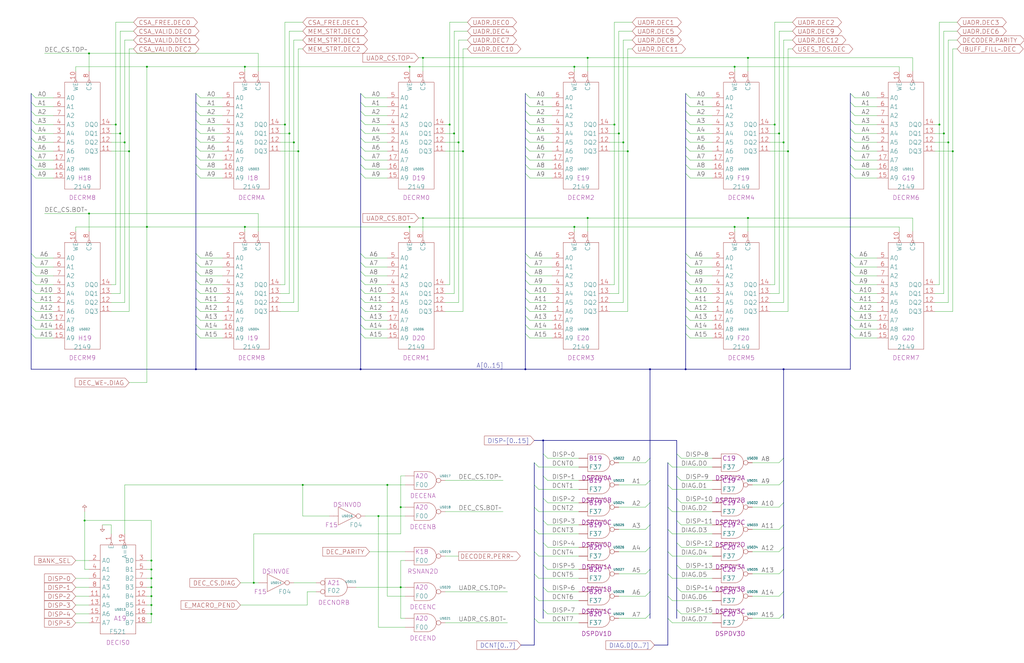
<source format=kicad_sch>
(kicad_sch (version 20250114) (generator "eeschema") (generator_version "9.0")
  (paper "User" 584.2 378.46)
  (title_block (title "DECODE RAMS & ADDRESSING") (date "22-MAY-90") (rev "1.0") (comment 1 "SEQUENCER") (comment 2 "232-003064") (comment 3 "S400") (comment 4 "RELEASED"))
  (junction (at 86.36 325.12))
  (junction (at 68.58 76.2))
  (junction (at 358.14 86.36))
  (junction (at 419.1 129.54))
  (junction (at 241.3 33.02))
  (junction (at 449.58 86.36))
  (junction (at 541.02 81.28))
  (junction (at 447.04 81.28))
  (junction (at 441.96 71.12))
  (junction (at 228.6 335.28))
  (junction (at 299.72 210.82))
  (junction (at 139.7 38.1))
  (junction (at 165.1 76.2))
  (junction (at 48.26 297.18))
  (junction (at 71.12 81.28))
  (junction (at 205.74 210.82))
  (junction (at 241.3 124.46))
  (junction (at 167.64 81.28))
  (junction (at 86.36 330.2))
  (junction (at 261.62 81.28))
  (junction (at 259.08 76.2))
  (junction (at 327.66 129.54))
  (junction (at 426.72 124.46))
  (junction (at 447.04 210.82))
  (junction (at 355.6 81.28))
  (junction (at 419.1 38.1))
  (junction (at 162.56 71.12))
  (junction (at 264.16 86.36))
  (junction (at 220.98 276.86))
  (junction (at 144.78 332.74))
  (junction (at 335.28 124.46))
  (junction (at 309.88 251.46))
  (junction (at 83.82 38.1))
  (junction (at 335.28 33.02))
  (junction (at 50.8 121.92))
  (junction (at 170.18 86.36))
  (junction (at 73.66 86.36))
  (junction (at 228.6 289.56))
  (junction (at 139.7 129.54))
  (junction (at 86.36 350.52))
  (junction (at 111.76 210.82))
  (junction (at 353.06 76.2))
  (junction (at 83.82 129.54))
  (junction (at 327.66 38.1))
  (junction (at 50.8 30.48))
  (junction (at 86.36 335.28))
  (junction (at 233.68 129.54))
  (junction (at 543.56 86.36))
  (junction (at 172.72 276.86))
  (junction (at 86.36 320.04))
  (junction (at 233.68 38.1))
  (junction (at 370.84 210.82))
  (junction (at 444.5 76.2))
  (junction (at 535.94 71.12))
  (junction (at 215.9 294.64))
  (junction (at 256.54 71.12))
  (junction (at 538.48 76.2))
  (junction (at 86.36 345.44))
  (junction (at 391.16 210.82))
  (junction (at 426.72 33.02))
  (junction (at 66.04 71.12))
  (junction (at 350.52 71.12))
  (junction (at 86.36 340.36))
  (bus_entry (at 111.76 93.98) (size 2.54 2.54))
  (bus_entry (at 299.72 63.5) (size 2.54 2.54))
  (bus_entry (at 111.76 99.06) (size 2.54 2.54))
  (bus_entry (at 304.8 302.26) (size 2.54 2.54))
  (bus_entry (at 485.14 190.5) (size 2.54 2.54))
  (bus_entry (at 111.76 170.18) (size 2.54 2.54))
  (bus_entry (at 485.14 170.18) (size 2.54 2.54))
  (bus_entry (at 111.76 78.74) (size 2.54 2.54))
  (bus_entry (at 309.88 347.98) (size 2.54 2.54))
  (bus_entry (at 17.78 68.58) (size 2.54 2.54))
  (bus_entry (at 299.72 83.82) (size 2.54 2.54))
  (bus_entry (at 485.14 180.34) (size 2.54 2.54))
  (bus_entry (at 111.76 73.66) (size 2.54 2.54))
  (bus_entry (at 485.14 78.74) (size 2.54 2.54))
  (bus_entry (at 17.78 180.34) (size 2.54 2.54))
  (bus_entry (at 391.16 165.1) (size 2.54 2.54))
  (bus_entry (at 304.8 353.06) (size 2.54 2.54))
  (bus_entry (at 205.74 93.98) (size 2.54 2.54))
  (bus_entry (at 391.16 170.18) (size 2.54 2.54))
  (bus_entry (at 370.84 299.72) (size -2.54 2.54))
  (bus_entry (at 304.8 327.66) (size 2.54 2.54))
  (bus_entry (at 447.04 274.32) (size -2.54 2.54))
  (bus_entry (at 304.8 340.36) (size 2.54 2.54))
  (bus_entry (at 386.08 309.88) (size 2.54 2.54))
  (bus_entry (at 381 264.16) (size 2.54 2.54))
  (bus_entry (at 485.14 144.78) (size 2.54 2.54))
  (bus_entry (at 17.78 83.82) (size 2.54 2.54))
  (bus_entry (at 17.78 144.78) (size 2.54 2.54))
  (bus_entry (at 205.74 154.94) (size 2.54 2.54))
  (bus_entry (at 391.16 78.74) (size 2.54 2.54))
  (bus_entry (at 111.76 180.34) (size 2.54 2.54))
  (bus_entry (at 370.84 337.82) (size -2.54 2.54))
  (bus_entry (at 205.74 58.42) (size 2.54 2.54))
  (bus_entry (at 299.72 73.66) (size 2.54 2.54))
  (bus_entry (at 391.16 58.42) (size 2.54 2.54))
  (bus_entry (at 111.76 175.26) (size 2.54 2.54))
  (bus_entry (at 485.14 160.02) (size 2.54 2.54))
  (bus_entry (at 205.74 88.9) (size 2.54 2.54))
  (bus_entry (at 381 327.66) (size 2.54 2.54))
  (bus_entry (at 299.72 170.18) (size 2.54 2.54))
  (bus_entry (at 447.04 312.42) (size -2.54 2.54))
  (bus_entry (at 391.16 88.9) (size 2.54 2.54))
  (bus_entry (at 391.16 63.5) (size 2.54 2.54))
  (bus_entry (at 111.76 185.42) (size 2.54 2.54))
  (bus_entry (at 386.08 347.98) (size 2.54 2.54))
  (bus_entry (at 485.14 175.26) (size 2.54 2.54))
  (bus_entry (at 299.72 149.86) (size 2.54 2.54))
  (bus_entry (at 391.16 160.02) (size 2.54 2.54))
  (bus_entry (at 17.78 78.74) (size 2.54 2.54))
  (bus_entry (at 111.76 58.42) (size 2.54 2.54))
  (bus_entry (at 17.78 53.34) (size 2.54 2.54))
  (bus_entry (at 205.74 170.18) (size 2.54 2.54))
  (bus_entry (at 205.74 53.34) (size 2.54 2.54))
  (bus_entry (at 485.14 185.42) (size 2.54 2.54))
  (bus_entry (at 205.74 165.1) (size 2.54 2.54))
  (bus_entry (at 17.78 154.94) (size 2.54 2.54))
  (bus_entry (at 309.88 271.78) (size 2.54 2.54))
  (bus_entry (at 485.14 53.34) (size 2.54 2.54))
  (bus_entry (at 391.16 149.86) (size 2.54 2.54))
  (bus_entry (at 381 340.36) (size 2.54 2.54))
  (bus_entry (at 485.14 93.98) (size 2.54 2.54))
  (bus_entry (at 205.74 180.34) (size 2.54 2.54))
  (bus_entry (at 111.76 63.5) (size 2.54 2.54))
  (bus_entry (at 485.14 68.58) (size 2.54 2.54))
  (bus_entry (at 381 314.96) (size 2.54 2.54))
  (bus_entry (at 299.72 144.78) (size 2.54 2.54))
  (bus_entry (at 205.74 149.86) (size 2.54 2.54))
  (bus_entry (at 299.72 185.42) (size 2.54 2.54))
  (bus_entry (at 299.72 190.5) (size 2.54 2.54))
  (bus_entry (at 299.72 175.26) (size 2.54 2.54))
  (bus_entry (at 299.72 88.9) (size 2.54 2.54))
  (bus_entry (at 370.84 325.12) (size -2.54 2.54))
  (bus_entry (at 309.88 259.08) (size 2.54 2.54))
  (bus_entry (at 391.16 185.42) (size 2.54 2.54))
  (bus_entry (at 381 289.56) (size 2.54 2.54))
  (bus_entry (at 447.04 299.72) (size -2.54 2.54))
  (bus_entry (at 391.16 154.94) (size 2.54 2.54))
  (bus_entry (at 205.74 175.26) (size 2.54 2.54))
  (bus_entry (at 309.88 284.48) (size 2.54 2.54))
  (bus_entry (at 299.72 58.42) (size 2.54 2.54))
  (bus_entry (at 391.16 175.26) (size 2.54 2.54))
  (bus_entry (at 485.14 73.66) (size 2.54 2.54))
  (bus_entry (at 299.72 180.34) (size 2.54 2.54))
  (bus_entry (at 485.14 99.06) (size 2.54 2.54))
  (bus_entry (at 17.78 58.42) (size 2.54 2.54))
  (bus_entry (at 205.74 73.66) (size 2.54 2.54))
  (bus_entry (at 485.14 88.9) (size 2.54 2.54))
  (bus_entry (at 205.74 99.06) (size 2.54 2.54))
  (bus_entry (at 370.84 261.62) (size -2.54 2.54))
  (bus_entry (at 299.72 68.58) (size 2.54 2.54))
  (bus_entry (at 391.16 53.34) (size 2.54 2.54))
  (bus_entry (at 391.16 73.66) (size 2.54 2.54))
  (bus_entry (at 17.78 149.86) (size 2.54 2.54))
  (bus_entry (at 485.14 58.42) (size 2.54 2.54))
  (bus_entry (at 205.74 190.5) (size 2.54 2.54))
  (bus_entry (at 447.04 287.02) (size -2.54 2.54))
  (bus_entry (at 299.72 154.94) (size 2.54 2.54))
  (bus_entry (at 386.08 297.18) (size 2.54 2.54))
  (bus_entry (at 386.08 271.78) (size 2.54 2.54))
  (bus_entry (at 17.78 160.02) (size 2.54 2.54))
  (bus_entry (at 205.74 144.78) (size 2.54 2.54))
  (bus_entry (at 485.14 83.82) (size 2.54 2.54))
  (bus_entry (at 304.8 276.86) (size 2.54 2.54))
  (bus_entry (at 111.76 53.34) (size 2.54 2.54))
  (bus_entry (at 17.78 73.66) (size 2.54 2.54))
  (bus_entry (at 111.76 68.58) (size 2.54 2.54))
  (bus_entry (at 205.74 68.58) (size 2.54 2.54))
  (bus_entry (at 111.76 83.82) (size 2.54 2.54))
  (bus_entry (at 17.78 99.06) (size 2.54 2.54))
  (bus_entry (at 304.8 314.96) (size 2.54 2.54))
  (bus_entry (at 205.74 78.74) (size 2.54 2.54))
  (bus_entry (at 205.74 83.82) (size 2.54 2.54))
  (bus_entry (at 17.78 165.1) (size 2.54 2.54))
  (bus_entry (at 111.76 154.94) (size 2.54 2.54))
  (bus_entry (at 485.14 165.1) (size 2.54 2.54))
  (bus_entry (at 299.72 53.34) (size 2.54 2.54))
  (bus_entry (at 299.72 99.06) (size 2.54 2.54))
  (bus_entry (at 299.72 93.98) (size 2.54 2.54))
  (bus_entry (at 111.76 165.1) (size 2.54 2.54))
  (bus_entry (at 17.78 185.42) (size 2.54 2.54))
  (bus_entry (at 111.76 190.5) (size 2.54 2.54))
  (bus_entry (at 391.16 180.34) (size 2.54 2.54))
  (bus_entry (at 447.04 337.82) (size -2.54 2.54))
  (bus_entry (at 391.16 83.82) (size 2.54 2.54))
  (bus_entry (at 381 276.86) (size 2.54 2.54))
  (bus_entry (at 447.04 261.62) (size -2.54 2.54))
  (bus_entry (at 485.14 149.86) (size 2.54 2.54))
  (bus_entry (at 370.84 287.02) (size -2.54 2.54))
  (bus_entry (at 111.76 160.02) (size 2.54 2.54))
  (bus_entry (at 17.78 88.9) (size 2.54 2.54))
  (bus_entry (at 309.88 297.18) (size 2.54 2.54))
  (bus_entry (at 299.72 160.02) (size 2.54 2.54))
  (bus_entry (at 485.14 63.5) (size 2.54 2.54))
  (bus_entry (at 205.74 185.42) (size 2.54 2.54))
  (bus_entry (at 370.84 312.42) (size -2.54 2.54))
  (bus_entry (at 309.88 335.28) (size 2.54 2.54))
  (bus_entry (at 304.8 289.56) (size 2.54 2.54))
  (bus_entry (at 381 353.06) (size 2.54 2.54))
  (bus_entry (at 309.88 322.58) (size 2.54 2.54))
  (bus_entry (at 370.84 274.32) (size -2.54 2.54))
  (bus_entry (at 485.14 154.94) (size 2.54 2.54))
  (bus_entry (at 205.74 63.5) (size 2.54 2.54))
  (bus_entry (at 111.76 88.9) (size 2.54 2.54))
  (bus_entry (at 386.08 335.28) (size 2.54 2.54))
  (bus_entry (at 381 302.26) (size 2.54 2.54))
  (bus_entry (at 391.16 144.78) (size 2.54 2.54))
  (bus_entry (at 304.8 264.16) (size 2.54 2.54))
  (bus_entry (at 17.78 63.5) (size 2.54 2.54))
  (bus_entry (at 17.78 170.18) (size 2.54 2.54))
  (bus_entry (at 391.16 190.5) (size 2.54 2.54))
  (bus_entry (at 111.76 144.78) (size 2.54 2.54))
  (bus_entry (at 299.72 78.74) (size 2.54 2.54))
  (bus_entry (at 111.76 149.86) (size 2.54 2.54))
  (bus_entry (at 17.78 175.26) (size 2.54 2.54))
  (bus_entry (at 391.16 99.06) (size 2.54 2.54))
  (bus_entry (at 391.16 68.58) (size 2.54 2.54))
  (bus_entry (at 205.74 160.02) (size 2.54 2.54))
  (bus_entry (at 386.08 322.58) (size 2.54 2.54))
  (bus_entry (at 299.72 165.1) (size 2.54 2.54))
  (bus_entry (at 386.08 284.48) (size 2.54 2.54))
  (bus_entry (at 391.16 93.98) (size 2.54 2.54))
  (bus_entry (at 386.08 259.08) (size 2.54 2.54))
  (bus_entry (at 447.04 350.52) (size -2.54 2.54))
  (bus_entry (at 447.04 325.12) (size -2.54 2.54))
  (bus_entry (at 309.88 309.88) (size 2.54 2.54))
  (bus_entry (at 370.84 350.52) (size -2.54 2.54))
  (bus_entry (at 17.78 190.5) (size 2.54 2.54))
  (bus_entry (at 17.78 93.98) (size 2.54 2.54))
  (wire (pts (xy 307.34 304.8) (xy 330.2 304.8)))
  (bus (pts (xy 17.78 53.34) (xy 17.78 58.42)))
  (wire (pts (xy 175.26 345.44) (xy 175.26 337.82)))
  (wire (pts (xy 307.34 342.9) (xy 330.2 342.9)))
  (wire (pts (xy 50.8 30.48) (xy 50.8 40.64)))
  (wire (pts (xy 388.62 337.82) (xy 406.4 337.82)))
  (wire (pts (xy 144.78 332.74) (xy 147.32 332.74)))
  (wire (pts (xy 139.7 38.1) (xy 233.68 38.1)))
  (wire (pts (xy 162.56 71.12) (xy 162.56 162.56)))
  (wire (pts (xy 71.12 276.86) (xy 172.72 276.86)))
  (wire (pts (xy 444.5 167.64) (xy 439.42 167.64)))
  (bus (pts (xy 485.14 190.5) (xy 485.14 210.82)))
  (bus (pts (xy 485.14 78.74) (xy 485.14 83.82)))
  (bus (pts (xy 370.84 299.72) (xy 370.84 312.42)))
  (bus (pts (xy 299.72 83.82) (xy 299.72 88.9)))
  (wire (pts (xy 350.52 12.7) (xy 360.68 12.7)))
  (wire (pts (xy 393.7 60.96) (xy 406.4 60.96)))
  (bus (pts (xy 111.76 78.74) (xy 111.76 83.82)))
  (bus (pts (xy 304.8 264.16) (xy 304.8 276.86)))
  (wire (pts (xy 228.6 353.06) (xy 228.6 335.28)))
  (wire (pts (xy 441.96 12.7) (xy 452.12 12.7)))
  (wire (pts (xy 355.6 81.28) (xy 355.6 172.72)))
  (wire (pts (xy 66.04 71.12) (xy 66.04 12.7)))
  (wire (pts (xy 543.56 177.8) (xy 533.4 177.8)))
  (wire (pts (xy 429.26 353.06) (xy 444.5 353.06)))
  (wire (pts (xy 63.5 172.72) (xy 71.12 172.72)))
  (bus (pts (xy 299.72 154.94) (xy 299.72 160.02)))
  (bus (pts (xy 386.08 259.08) (xy 386.08 271.78)))
  (wire (pts (xy 266.7 17.78) (xy 259.08 17.78)))
  (wire (pts (xy 20.32 101.6) (xy 30.48 101.6)))
  (bus (pts (xy 386.08 271.78) (xy 386.08 284.48)))
  (wire (pts (xy 254 172.72) (xy 261.62 172.72)))
  (bus (pts (xy 299.72 160.02) (xy 299.72 165.1)))
  (wire (pts (xy 20.32 55.88) (xy 30.48 55.88)))
  (wire (pts (xy 353.06 76.2) (xy 353.06 167.64)))
  (bus (pts (xy 485.14 185.42) (xy 485.14 190.5)))
  (bus (pts (xy 299.72 210.82) (xy 370.84 210.82)))
  (wire (pts (xy 20.32 193.04) (xy 30.48 193.04)))
  (wire (pts (xy 48.26 297.18) (xy 48.26 325.12)))
  (bus (pts (xy 304.8 327.66) (xy 304.8 340.36)))
  (wire (pts (xy 546.1 22.86) (xy 541.02 22.86)))
  (wire (pts (xy 383.54 304.8) (xy 406.4 304.8)))
  (wire (pts (xy 231.14 320.04) (xy 228.6 320.04)))
  (bus (pts (xy 304.8 314.96) (xy 304.8 327.66)))
  (wire (pts (xy 86.36 320.04) (xy 86.36 297.18)))
  (bus (pts (xy 111.76 165.1) (xy 111.76 170.18)))
  (wire (pts (xy 147.32 121.92) (xy 50.8 121.92)))
  (bus (pts (xy 485.14 170.18) (xy 485.14 175.26)))
  (bus (pts (xy 391.16 73.66) (xy 391.16 78.74)))
  (bus (pts (xy 485.14 99.06) (xy 485.14 144.78)))
  (wire (pts (xy 302.26 147.32) (xy 314.96 147.32)))
  (wire (pts (xy 388.62 287.02) (xy 406.4 287.02)))
  (bus (pts (xy 111.76 83.82) (xy 111.76 88.9)))
  (wire (pts (xy 137.16 332.74) (xy 144.78 332.74)))
  (wire (pts (xy 312.42 325.12) (xy 330.2 325.12)))
  (wire (pts (xy 444.5 17.78) (xy 444.5 76.2)))
  (bus (pts (xy 299.72 88.9) (xy 299.72 93.98)))
  (wire (pts (xy 114.3 172.72) (xy 127 172.72)))
  (bus (pts (xy 297.18 368.3) (xy 304.8 368.3)))
  (wire (pts (xy 302.26 71.12) (xy 314.96 71.12)))
  (wire (pts (xy 487.68 96.52) (xy 500.38 96.52)))
  (wire (pts (xy 487.68 162.56) (xy 500.38 162.56)))
  (wire (pts (xy 383.54 355.6) (xy 406.4 355.6)))
  (wire (pts (xy 383.54 317.5) (xy 406.4 317.5)))
  (bus (pts (xy 309.88 271.78) (xy 309.88 284.48)))
  (bus (pts (xy 304.8 353.06) (xy 304.8 368.3)))
  (wire (pts (xy 533.4 76.2) (xy 538.48 76.2)))
  (wire (pts (xy 215.9 358.14) (xy 215.9 294.64)))
  (wire (pts (xy 439.42 76.2) (xy 444.5 76.2)))
  (bus (pts (xy 309.88 347.98) (xy 309.88 353.06)))
  (wire (pts (xy 43.18 330.2) (xy 50.8 330.2)))
  (wire (pts (xy 353.06 167.64) (xy 347.98 167.64)))
  (wire (pts (xy 170.18 86.36) (xy 170.18 177.8)))
  (wire (pts (xy 208.28 81.28) (xy 220.98 81.28)))
  (bus (pts (xy 391.16 165.1) (xy 391.16 170.18)))
  (wire (pts (xy 238.76 124.46) (xy 241.3 124.46)))
  (wire (pts (xy 254 317.5) (xy 261.62 317.5)))
  (wire (pts (xy 353.06 353.06) (xy 368.3 353.06)))
  (wire (pts (xy 208.28 294.64) (xy 215.9 294.64)))
  (bus (pts (xy 205.74 190.5) (xy 205.74 210.82)))
  (wire (pts (xy 20.32 167.64) (xy 30.48 167.64)))
  (wire (pts (xy 393.7 101.6) (xy 406.4 101.6)))
  (bus (pts (xy 391.16 154.94) (xy 391.16 160.02)))
  (wire (pts (xy 114.3 91.44) (xy 127 91.44)))
  (wire (pts (xy 302.26 167.64) (xy 314.96 167.64)))
  (bus (pts (xy 299.72 53.34) (xy 299.72 58.42)))
  (bus (pts (xy 299.72 185.42) (xy 299.72 190.5)))
  (bus (pts (xy 391.16 185.42) (xy 391.16 190.5)))
  (wire (pts (xy 426.72 33.02) (xy 426.72 40.64)))
  (bus (pts (xy 386.08 251.46) (xy 386.08 259.08)))
  (wire (pts (xy 167.64 81.28) (xy 167.64 172.72)))
  (wire (pts (xy 358.14 177.8) (xy 347.98 177.8)))
  (wire (pts (xy 487.68 147.32) (xy 500.38 147.32)))
  (wire (pts (xy 160.02 162.56) (xy 162.56 162.56)))
  (wire (pts (xy 241.3 124.46) (xy 335.28 124.46)))
  (wire (pts (xy 419.1 38.1) (xy 419.1 40.64)))
  (wire (pts (xy 20.32 157.48) (xy 30.48 157.48)))
  (wire (pts (xy 452.12 17.78) (xy 444.5 17.78)))
  (wire (pts (xy 20.32 81.28) (xy 30.48 81.28)))
  (wire (pts (xy 439.42 86.36) (xy 449.58 86.36)))
  (bus (pts (xy 17.78 160.02) (xy 17.78 165.1)))
  (wire (pts (xy 233.68 38.1) (xy 327.66 38.1)))
  (bus (pts (xy 304.8 289.56) (xy 304.8 302.26)))
  (wire (pts (xy 546.1 27.94) (xy 543.56 27.94)))
  (bus (pts (xy 111.76 99.06) (xy 111.76 144.78)))
  (bus (pts (xy 386.08 309.88) (xy 386.08 322.58)))
  (wire (pts (xy 170.18 27.94) (xy 170.18 86.36)))
  (wire (pts (xy 441.96 71.12) (xy 441.96 12.7)))
  (wire (pts (xy 393.7 76.2) (xy 406.4 76.2)))
  (wire (pts (xy 302.26 81.28) (xy 314.96 81.28)))
  (wire (pts (xy 114.3 193.04) (xy 127 193.04)))
  (wire (pts (xy 335.28 33.02) (xy 241.3 33.02)))
  (wire (pts (xy 538.48 76.2) (xy 538.48 167.64)))
  (wire (pts (xy 533.4 86.36) (xy 543.56 86.36)))
  (bus (pts (xy 391.16 53.34) (xy 391.16 58.42)))
  (wire (pts (xy 147.32 30.48) (xy 50.8 30.48)))
  (wire (pts (xy 228.6 320.04) (xy 228.6 335.28)))
  (wire (pts (xy 513.08 132.08) (xy 513.08 129.54)))
  (wire (pts (xy 208.28 167.64) (xy 220.98 167.64)))
  (wire (pts (xy 172.72 27.94) (xy 170.18 27.94)))
  (bus (pts (xy 304.8 302.26) (xy 304.8 314.96)))
  (bus (pts (xy 447.04 312.42) (xy 447.04 325.12)))
  (bus (pts (xy 205.74 180.34) (xy 205.74 185.42)))
  (wire (pts (xy 256.54 71.12) (xy 254 71.12)))
  (wire (pts (xy 86.36 350.52) (xy 86.36 345.44)))
  (bus (pts (xy 370.84 287.02) (xy 370.84 299.72)))
  (wire (pts (xy 66.04 71.12) (xy 66.04 162.56)))
  (wire (pts (xy 83.82 355.6) (xy 86.36 355.6)))
  (bus (pts (xy 391.16 190.5) (xy 391.16 210.82)))
  (bus (pts (xy 205.74 210.82) (xy 299.72 210.82)))
  (wire (pts (xy 208.28 147.32) (xy 220.98 147.32)))
  (bus (pts (xy 111.76 68.58) (xy 111.76 73.66)))
  (bus (pts (xy 17.78 88.9) (xy 17.78 93.98)))
  (bus (pts (xy 299.72 144.78) (xy 299.72 149.86)))
  (bus (pts (xy 391.16 88.9) (xy 391.16 93.98)))
  (wire (pts (xy 43.18 335.28) (xy 50.8 335.28)))
  (bus (pts (xy 381 276.86) (xy 381 289.56)))
  (wire (pts (xy 167.64 332.74) (xy 180.34 332.74)))
  (bus (pts (xy 17.78 58.42) (xy 17.78 63.5)))
  (bus (pts (xy 485.14 93.98) (xy 485.14 99.06)))
  (wire (pts (xy 256.54 12.7) (xy 266.7 12.7)))
  (wire (pts (xy 114.3 60.96) (xy 127 60.96)))
  (wire (pts (xy 541.02 81.28) (xy 541.02 172.72)))
  (wire (pts (xy 426.72 124.46) (xy 426.72 132.08)))
  (wire (pts (xy 312.42 299.72) (xy 330.2 299.72)))
  (bus (pts (xy 17.78 68.58) (xy 17.78 73.66)))
  (bus (pts (xy 17.78 93.98) (xy 17.78 99.06)))
  (wire (pts (xy 43.18 355.6) (xy 50.8 355.6)))
  (bus (pts (xy 17.78 165.1) (xy 17.78 170.18)))
  (wire (pts (xy 543.56 86.36) (xy 543.56 177.8)))
  (wire (pts (xy 439.42 162.56) (xy 441.96 162.56)))
  (wire (pts (xy 393.7 187.96) (xy 406.4 187.96)))
  (bus (pts (xy 391.16 68.58) (xy 391.16 73.66)))
  (wire (pts (xy 86.36 335.28) (xy 86.36 330.2)))
  (wire (pts (xy 114.3 182.88) (xy 127 182.88)))
  (wire (pts (xy 187.96 294.64) (xy 172.72 294.64)))
  (bus (pts (xy 391.16 180.34) (xy 391.16 185.42)))
  (wire (pts (xy 160.02 86.36) (xy 170.18 86.36)))
  (wire (pts (xy 449.58 27.94) (xy 449.58 86.36)))
  (wire (pts (xy 83.82 350.52) (xy 86.36 350.52)))
  (bus (pts (xy 111.76 190.5) (xy 111.76 210.82)))
  (wire (pts (xy 393.7 55.88) (xy 406.4 55.88)))
  (wire (pts (xy 360.68 22.86) (xy 355.6 22.86)))
  (bus (pts (xy 205.74 149.86) (xy 205.74 154.94)))
  (wire (pts (xy 327.66 40.64) (xy 327.66 38.1)))
  (bus (pts (xy 309.88 284.48) (xy 309.88 297.18)))
  (wire (pts (xy 307.34 355.6) (xy 330.2 355.6)))
  (bus (pts (xy 381 289.56) (xy 381 302.26)))
  (wire (pts (xy 20.32 187.96) (xy 30.48 187.96)))
  (wire (pts (xy 160.02 81.28) (xy 167.64 81.28)))
  (wire (pts (xy 393.7 71.12) (xy 406.4 71.12)))
  (wire (pts (xy 429.26 327.66) (xy 444.5 327.66)))
  (bus (pts (xy 391.16 78.74) (xy 391.16 83.82)))
  (bus (pts (xy 17.78 210.82) (xy 111.76 210.82)))
  (wire (pts (xy 259.08 17.78) (xy 259.08 76.2)))
  (wire (pts (xy 302.26 187.96) (xy 314.96 187.96)))
  (wire (pts (xy 312.42 312.42) (xy 330.2 312.42)))
  (wire (pts (xy 533.4 162.56) (xy 535.94 162.56)))
  (wire (pts (xy 25.4 121.92) (xy 50.8 121.92)))
  (wire (pts (xy 487.68 101.6) (xy 500.38 101.6)))
  (bus (pts (xy 17.78 73.66) (xy 17.78 78.74)))
  (wire (pts (xy 231.14 271.78) (xy 228.6 271.78)))
  (wire (pts (xy 335.28 132.08) (xy 335.28 124.46)))
  (wire (pts (xy 538.48 167.64) (xy 533.4 167.64)))
  (wire (pts (xy 355.6 22.86) (xy 355.6 81.28)))
  (bus (pts (xy 370.84 325.12) (xy 370.84 337.82)))
  (wire (pts (xy 83.82 340.36) (xy 86.36 340.36)))
  (wire (pts (xy 86.36 297.18) (xy 48.26 297.18)))
  (bus (pts (xy 111.76 53.34) (xy 111.76 58.42)))
  (wire (pts (xy 441.96 71.12) (xy 441.96 162.56)))
  (wire (pts (xy 73.66 177.8) (xy 63.5 177.8)))
  (wire (pts (xy 208.28 96.52) (xy 220.98 96.52)))
  (wire (pts (xy 208.28 91.44) (xy 220.98 91.44)))
  (bus (pts (xy 381 264.16) (xy 381 276.86)))
  (wire (pts (xy 43.18 132.08) (xy 43.18 129.54)))
  (wire (pts (xy 429.26 340.36) (xy 444.5 340.36)))
  (wire (pts (xy 238.76 33.02) (xy 241.3 33.02)))
  (bus (pts (xy 485.14 175.26) (xy 485.14 180.34)))
  (wire (pts (xy 259.08 167.64) (xy 254 167.64)))
  (wire (pts (xy 170.18 177.8) (xy 160.02 177.8)))
  (wire (pts (xy 487.68 152.4) (xy 500.38 152.4)))
  (wire (pts (xy 68.58 76.2) (xy 68.58 167.64)))
  (wire (pts (xy 68.58 17.78) (xy 68.58 76.2)))
  (bus (pts (xy 205.74 144.78) (xy 205.74 149.86)))
  (wire (pts (xy 520.7 124.46) (xy 426.72 124.46)))
  (bus (pts (xy 299.72 78.74) (xy 299.72 83.82)))
  (wire (pts (xy 444.5 76.2) (xy 444.5 167.64)))
  (wire (pts (xy 114.3 101.6) (xy 127 101.6)))
  (wire (pts (xy 144.78 332.74) (xy 144.78 304.8)))
  (wire (pts (xy 43.18 129.54) (xy 83.82 129.54)))
  (bus (pts (xy 447.04 210.82) (xy 447.04 261.62)))
  (wire (pts (xy 449.58 86.36) (xy 449.58 177.8)))
  (wire (pts (xy 20.32 152.4) (xy 30.48 152.4)))
  (wire (pts (xy 208.28 193.04) (xy 220.98 193.04)))
  (bus (pts (xy 299.72 149.86) (xy 299.72 154.94)))
  (wire (pts (xy 327.66 129.54) (xy 419.1 129.54)))
  (bus (pts (xy 17.78 175.26) (xy 17.78 180.34)))
  (bus (pts (xy 205.74 99.06) (xy 205.74 144.78)))
  (wire (pts (xy 335.28 33.02) (xy 335.28 40.64)))
  (wire (pts (xy 350.52 71.12) (xy 350.52 12.7)))
  (wire (pts (xy 520.7 33.02) (xy 426.72 33.02)))
  (bus (pts (xy 391.16 93.98) (xy 391.16 99.06)))
  (bus (pts (xy 447.04 274.32) (xy 447.04 287.02)))
  (wire (pts (xy 147.32 132.08) (xy 147.32 121.92)))
  (wire (pts (xy 20.32 162.56) (xy 30.48 162.56)))
  (wire (pts (xy 302.26 193.04) (xy 314.96 193.04)))
  (wire (pts (xy 208.28 182.88) (xy 220.98 182.88)))
  (bus (pts (xy 17.78 190.5) (xy 17.78 210.82)))
  (wire (pts (xy 254 81.28) (xy 261.62 81.28)))
  (wire (pts (xy 259.08 76.2) (xy 259.08 167.64)))
  (wire (pts (xy 233.68 40.64) (xy 233.68 38.1)))
  (wire (pts (xy 533.4 172.72) (xy 541.02 172.72)))
  (bus (pts (xy 391.16 210.82) (xy 447.04 210.82)))
  (wire (pts (xy 393.7 66.04) (xy 406.4 66.04)))
  (wire (pts (xy 43.18 320.04) (xy 50.8 320.04)))
  (wire (pts (xy 393.7 81.28) (xy 406.4 81.28)))
  (wire (pts (xy 50.8 325.12) (xy 48.26 325.12)))
  (wire (pts (xy 393.7 177.8) (xy 406.4 177.8)))
  (wire (pts (xy 208.28 152.4) (xy 220.98 152.4)))
  (bus (pts (xy 299.72 180.34) (xy 299.72 185.42)))
  (wire (pts (xy 86.36 355.6) (xy 86.36 350.52)))
  (wire (pts (xy 20.32 177.8) (xy 30.48 177.8)))
  (bus (pts (xy 111.76 175.26) (xy 111.76 180.34)))
  (wire (pts (xy 241.3 132.08) (xy 241.3 124.46)))
  (wire (pts (xy 419.1 132.08) (xy 419.1 129.54)))
  (bus (pts (xy 299.72 175.26) (xy 299.72 180.34)))
  (wire (pts (xy 83.82 330.2) (xy 86.36 330.2)))
  (wire (pts (xy 20.32 76.2) (xy 30.48 76.2)))
  (wire (pts (xy 393.7 86.36) (xy 406.4 86.36)))
  (bus (pts (xy 111.76 180.34) (xy 111.76 185.42)))
  (wire (pts (xy 63.5 76.2) (xy 68.58 76.2)))
  (bus (pts (xy 386.08 335.28) (xy 386.08 347.98)))
  (wire (pts (xy 302.26 162.56) (xy 314.96 162.56)))
  (wire (pts (xy 302.26 66.04) (xy 314.96 66.04)))
  (wire (pts (xy 114.3 76.2) (xy 127 76.2)))
  (wire (pts (xy 302.26 177.8) (xy 314.96 177.8)))
  (wire (pts (xy 393.7 162.56) (xy 406.4 162.56)))
  (bus (pts (xy 17.78 63.5) (xy 17.78 68.58)))
  (bus (pts (xy 370.84 350.52) (xy 370.84 353.06)))
  (wire (pts (xy 63.5 81.28) (xy 71.12 81.28)))
  (wire (pts (xy 353.06 264.16) (xy 368.3 264.16)))
  (wire (pts (xy 114.3 81.28) (xy 127 81.28)))
  (bus (pts (xy 381 353.06) (xy 381 368.3)))
  (wire (pts (xy 393.7 193.04) (xy 406.4 193.04)))
  (bus (pts (xy 205.74 165.1) (xy 205.74 170.18)))
  (wire (pts (xy 114.3 66.04) (xy 127 66.04)))
  (bus (pts (xy 299.72 93.98) (xy 299.72 99.06)))
  (wire (pts (xy 358.14 86.36) (xy 358.14 177.8)))
  (wire (pts (xy 393.7 157.48) (xy 406.4 157.48)))
  (wire (pts (xy 538.48 17.78) (xy 538.48 76.2)))
  (bus (pts (xy 370.84 312.42) (xy 370.84 325.12)))
  (wire (pts (xy 487.68 172.72) (xy 500.38 172.72)))
  (wire (pts (xy 383.54 292.1) (xy 406.4 292.1)))
  (wire (pts (xy 231.14 353.06) (xy 228.6 353.06)))
  (wire (pts (xy 266.7 27.94) (xy 264.16 27.94)))
  (wire (pts (xy 302.26 55.88) (xy 314.96 55.88)))
  (wire (pts (xy 388.62 350.52) (xy 406.4 350.52)))
  (wire (pts (xy 429.26 276.86) (xy 444.5 276.86)))
  (wire (pts (xy 76.2 22.86) (xy 71.12 22.86)))
  (bus (pts (xy 299.72 63.5) (xy 299.72 68.58)))
  (wire (pts (xy 254 162.56) (xy 256.54 162.56)))
  (bus (pts (xy 391.16 149.86) (xy 391.16 154.94)))
  (wire (pts (xy 43.18 40.64) (xy 43.18 38.1)))
  (wire (pts (xy 393.7 91.44) (xy 406.4 91.44)))
  (wire (pts (xy 302.26 101.6) (xy 314.96 101.6)))
  (wire (pts (xy 452.12 27.94) (xy 449.58 27.94)))
  (wire (pts (xy 256.54 71.12) (xy 256.54 162.56)))
  (wire (pts (xy 261.62 22.86) (xy 261.62 81.28)))
  (wire (pts (xy 43.18 340.36) (xy 50.8 340.36)))
  (wire (pts (xy 347.98 172.72) (xy 355.6 172.72)))
  (wire (pts (xy 139.7 129.54) (xy 233.68 129.54)))
  (bus (pts (xy 111.76 154.94) (xy 111.76 160.02)))
  (wire (pts (xy 20.32 71.12) (xy 30.48 71.12)))
  (wire (pts (xy 302.26 96.52) (xy 314.96 96.52)))
  (wire (pts (xy 487.68 76.2) (xy 500.38 76.2)))
  (wire (pts (xy 83.82 320.04) (xy 86.36 320.04)))
  (wire (pts (xy 383.54 342.9) (xy 406.4 342.9)))
  (wire (pts (xy 358.14 27.94) (xy 358.14 86.36)))
  (wire (pts (xy 254 355.6) (xy 289.56 355.6)))
  (bus (pts (xy 299.72 165.1) (xy 299.72 170.18)))
  (wire (pts (xy 25.4 30.48) (xy 50.8 30.48)))
  (wire (pts (xy 353.06 17.78) (xy 353.06 76.2)))
  (wire (pts (xy 353.06 327.66) (xy 368.3 327.66)))
  (bus (pts (xy 485.14 73.66) (xy 485.14 78.74)))
  (bus (pts (xy 111.76 160.02) (xy 111.76 165.1)))
  (wire (pts (xy 441.96 71.12) (xy 439.42 71.12)))
  (wire (pts (xy 353.06 302.26) (xy 368.3 302.26)))
  (wire (pts (xy 114.3 71.12) (xy 127 71.12)))
  (wire (pts (xy 487.68 86.36) (xy 500.38 86.36)))
  (bus (pts (xy 386.08 284.48) (xy 386.08 297.18)))
  (bus (pts (xy 17.78 78.74) (xy 17.78 83.82)))
  (bus (pts (xy 111.76 170.18) (xy 111.76 175.26)))
  (bus (pts (xy 205.74 154.94) (xy 205.74 160.02)))
  (wire (pts (xy 231.14 340.36) (xy 220.98 340.36)))
  (wire (pts (xy 256.54 71.12) (xy 256.54 12.7)))
  (bus (pts (xy 309.88 297.18) (xy 309.88 309.88)))
  (wire (pts (xy 487.68 187.96) (xy 500.38 187.96)))
  (wire (pts (xy 266.7 22.86) (xy 261.62 22.86)))
  (wire (pts (xy 137.16 345.44) (xy 175.26 345.44)))
  (wire (pts (xy 71.12 22.86) (xy 71.12 81.28)))
  (wire (pts (xy 172.72 22.86) (xy 167.64 22.86)))
  (wire (pts (xy 487.68 193.04) (xy 500.38 193.04)))
  (wire (pts (xy 203.2 335.28) (xy 228.6 335.28)))
  (bus (pts (xy 111.76 144.78) (xy 111.76 149.86)))
  (wire (pts (xy 162.56 12.7) (xy 172.72 12.7)))
  (wire (pts (xy 449.58 177.8) (xy 439.42 177.8)))
  (bus (pts (xy 299.72 73.66) (xy 299.72 78.74)))
  (wire (pts (xy 307.34 330.2) (xy 330.2 330.2)))
  (bus (pts (xy 391.16 144.78) (xy 391.16 149.86)))
  (wire (pts (xy 264.16 86.36) (xy 264.16 177.8)))
  (wire (pts (xy 220.98 276.86) (xy 231.14 276.86)))
  (wire (pts (xy 76.2 27.94) (xy 73.66 27.94)))
  (wire (pts (xy 63.5 86.36) (xy 73.66 86.36)))
  (bus (pts (xy 485.14 165.1) (xy 485.14 170.18)))
  (bus (pts (xy 391.16 58.42) (xy 391.16 63.5)))
  (bus (pts (xy 447.04 350.52) (xy 447.04 353.06)))
  (wire (pts (xy 63.5 162.56) (xy 66.04 162.56)))
  (wire (pts (xy 114.3 177.8) (xy 127 177.8)))
  (bus (pts (xy 304.8 276.86) (xy 304.8 289.56)))
  (wire (pts (xy 83.82 345.44) (xy 86.36 345.44)))
  (wire (pts (xy 302.26 76.2) (xy 314.96 76.2)))
  (bus (pts (xy 391.16 99.06) (xy 391.16 144.78)))
  (wire (pts (xy 360.68 27.94) (xy 358.14 27.94)))
  (bus (pts (xy 17.78 99.06) (xy 17.78 144.78)))
  (wire (pts (xy 43.18 38.1) (xy 83.82 38.1)))
  (wire (pts (xy 228.6 335.28) (xy 231.14 335.28)))
  (wire (pts (xy 307.34 317.5) (xy 330.2 317.5)))
  (wire (pts (xy 208.28 162.56) (xy 220.98 162.56)))
  (wire (pts (xy 264.16 177.8) (xy 254 177.8)))
  (bus (pts (xy 17.78 180.34) (xy 17.78 185.42)))
  (wire (pts (xy 233.68 129.54) (xy 327.66 129.54)))
  (bus (pts (xy 205.74 63.5) (xy 205.74 68.58)))
  (wire (pts (xy 487.68 60.96) (xy 500.38 60.96)))
  (wire (pts (xy 388.62 312.42) (xy 406.4 312.42)))
  (wire (pts (xy 71.12 81.28) (xy 71.12 172.72)))
  (wire (pts (xy 20.32 96.52) (xy 30.48 96.52)))
  (wire (pts (xy 167.64 22.86) (xy 167.64 81.28)))
  (wire (pts (xy 139.7 40.64) (xy 139.7 38.1)))
  (bus (pts (xy 111.76 185.42) (xy 111.76 190.5)))
  (wire (pts (xy 208.28 101.6) (xy 220.98 101.6)))
  (bus (pts (xy 485.14 154.94) (xy 485.14 160.02)))
  (bus (pts (xy 391.16 160.02) (xy 391.16 165.1)))
  (wire (pts (xy 20.32 66.04) (xy 30.48 66.04)))
  (wire (pts (xy 20.32 60.96) (xy 30.48 60.96)))
  (wire (pts (xy 261.62 81.28) (xy 261.62 172.72)))
  (wire (pts (xy 208.28 177.8) (xy 220.98 177.8)))
  (wire (pts (xy 429.26 302.26) (xy 444.5 302.26)))
  (bus (pts (xy 17.78 144.78) (xy 17.78 149.86)))
  (wire (pts (xy 393.7 147.32) (xy 406.4 147.32)))
  (wire (pts (xy 114.3 162.56) (xy 127 162.56)))
  (bus (pts (xy 447.04 299.72) (xy 447.04 312.42)))
  (wire (pts (xy 162.56 71.12) (xy 162.56 12.7)))
  (wire (pts (xy 487.68 66.04) (xy 500.38 66.04)))
  (bus (pts (xy 370.84 261.62) (xy 370.84 274.32)))
  (wire (pts (xy 160.02 76.2) (xy 165.1 76.2)))
  (wire (pts (xy 535.94 12.7) (xy 546.1 12.7)))
  (wire (pts (xy 383.54 330.2) (xy 406.4 330.2)))
  (wire (pts (xy 114.3 55.88) (xy 127 55.88)))
  (bus (pts (xy 370.84 274.32) (xy 370.84 287.02)))
  (wire (pts (xy 393.7 182.88) (xy 406.4 182.88)))
  (bus (pts (xy 373.38 368.3) (xy 381 368.3)))
  (bus (pts (xy 205.74 185.42) (xy 205.74 190.5)))
  (wire (pts (xy 66.04 12.7) (xy 76.2 12.7)))
  (wire (pts (xy 114.3 152.4) (xy 127 152.4)))
  (bus (pts (xy 386.08 347.98) (xy 386.08 353.06)))
  (wire (pts (xy 20.32 147.32) (xy 30.48 147.32)))
  (bus (pts (xy 309.88 322.58) (xy 309.88 335.28)))
  (bus (pts (xy 299.72 190.5) (xy 299.72 210.82)))
  (bus (pts (xy 447.04 337.82) (xy 447.04 350.52)))
  (wire (pts (xy 228.6 271.78) (xy 228.6 289.56)))
  (wire (pts (xy 419.1 129.54) (xy 513.08 129.54)))
  (bus (pts (xy 386.08 251.46) (xy 309.88 251.46)))
  (wire (pts (xy 302.26 152.4) (xy 314.96 152.4)))
  (bus (pts (xy 309.88 259.08) (xy 309.88 271.78)))
  (bus (pts (xy 205.74 160.02) (xy 205.74 165.1)))
  (wire (pts (xy 302.26 60.96) (xy 314.96 60.96)))
  (wire (pts (xy 520.7 132.08) (xy 520.7 124.46)))
  (wire (pts (xy 76.2 17.78) (xy 68.58 17.78)))
  (wire (pts (xy 302.26 182.88) (xy 314.96 182.88)))
  (wire (pts (xy 114.3 96.52) (xy 127 96.52)))
  (wire (pts (xy 426.72 33.02) (xy 335.28 33.02)))
  (bus (pts (xy 17.78 83.82) (xy 17.78 88.9)))
  (bus (pts (xy 381 327.66) (xy 381 340.36)))
  (wire (pts (xy 302.26 86.36) (xy 314.96 86.36)))
  (wire (pts (xy 383.54 279.4) (xy 406.4 279.4)))
  (wire (pts (xy 388.62 325.12) (xy 406.4 325.12)))
  (wire (pts (xy 350.52 71.12) (xy 350.52 162.56)))
  (wire (pts (xy 144.78 304.8) (xy 228.6 304.8)))
  (wire (pts (xy 393.7 96.52) (xy 406.4 96.52)))
  (wire (pts (xy 520.7 40.64) (xy 520.7 33.02)))
  (wire (pts (xy 254 76.2) (xy 259.08 76.2)))
  (wire (pts (xy 58.42 299.72) (xy 63.5 299.72)))
  (wire (pts (xy 73.66 218.44) (xy 83.82 218.44)))
  (bus (pts (xy 17.78 154.94) (xy 17.78 160.02)))
  (wire (pts (xy 429.26 264.16) (xy 444.5 264.16)))
  (bus (pts (xy 205.74 68.58) (xy 205.74 73.66)))
  (wire (pts (xy 172.72 294.64) (xy 172.72 276.86)))
  (bus (pts (xy 485.14 63.5) (xy 485.14 68.58)))
  (bus (pts (xy 205.74 88.9) (xy 205.74 93.98)))
  (wire (pts (xy 165.1 76.2) (xy 165.1 167.64)))
  (wire (pts (xy 228.6 289.56) (xy 231.14 289.56)))
  (wire (pts (xy 83.82 38.1) (xy 83.82 129.54)))
  (bus (pts (xy 309.88 335.28) (xy 309.88 347.98)))
  (wire (pts (xy 172.72 17.78) (xy 165.1 17.78)))
  (wire (pts (xy 541.02 22.86) (xy 541.02 81.28)))
  (bus (pts (xy 304.8 340.36) (xy 304.8 353.06)))
  (wire (pts (xy 114.3 157.48) (xy 127 157.48)))
  (wire (pts (xy 20.32 91.44) (xy 30.48 91.44)))
  (wire (pts (xy 254 337.82) (xy 289.56 337.82)))
  (wire (pts (xy 353.06 276.86) (xy 368.3 276.86)))
  (wire (pts (xy 20.32 182.88) (xy 30.48 182.88)))
  (wire (pts (xy 307.34 279.4) (xy 330.2 279.4)))
  (wire (pts (xy 487.68 182.88) (xy 500.38 182.88)))
  (wire (pts (xy 535.94 71.12) (xy 533.4 71.12)))
  (wire (pts (xy 114.3 167.64) (xy 127 167.64)))
  (wire (pts (xy 165.1 167.64) (xy 160.02 167.64)))
  (wire (pts (xy 360.68 17.78) (xy 353.06 17.78)))
  (bus (pts (xy 370.84 337.82) (xy 370.84 350.52)))
  (bus (pts (xy 447.04 210.82) (xy 485.14 210.82)))
  (bus (pts (xy 386.08 297.18) (xy 386.08 309.88)))
  (wire (pts (xy 447.04 22.86) (xy 447.04 81.28)))
  (wire (pts (xy 393.7 167.64) (xy 406.4 167.64)))
  (wire (pts (xy 254 86.36) (xy 264.16 86.36)))
  (bus (pts (xy 381 302.26) (xy 381 314.96)))
  (wire (pts (xy 393.7 172.72) (xy 406.4 172.72)))
  (wire (pts (xy 487.68 157.48) (xy 500.38 157.48)))
  (wire (pts (xy 312.42 337.82) (xy 330.2 337.82)))
  (wire (pts (xy 312.42 287.02) (xy 330.2 287.02)))
  (bus (pts (xy 391.16 83.82) (xy 391.16 88.9)))
  (wire (pts (xy 327.66 38.1) (xy 419.1 38.1)))
  (wire (pts (xy 220.98 340.36) (xy 220.98 276.86)))
  (bus (pts (xy 205.74 93.98) (xy 205.74 99.06)))
  (wire (pts (xy 513.08 38.1) (xy 419.1 38.1)))
  (wire (pts (xy 513.08 40.64) (xy 513.08 38.1)))
  (wire (pts (xy 546.1 17.78) (xy 538.48 17.78)))
  (wire (pts (xy 254 274.32) (xy 287.02 274.32)))
  (bus (pts (xy 485.14 160.02) (xy 485.14 165.1)))
  (wire (pts (xy 114.3 147.32) (xy 127 147.32)))
  (bus (pts (xy 485.14 180.34) (xy 485.14 185.42)))
  (wire (pts (xy 347.98 81.28) (xy 355.6 81.28)))
  (wire (pts (xy 429.26 289.56) (xy 444.5 289.56)))
  (wire (pts (xy 312.42 261.62) (xy 330.2 261.62)))
  (wire (pts (xy 114.3 187.96) (xy 127 187.96)))
  (wire (pts (xy 86.36 330.2) (xy 86.36 325.12)))
  (bus (pts (xy 111.76 58.42) (xy 111.76 63.5)))
  (wire (pts (xy 487.68 71.12) (xy 500.38 71.12)))
  (wire (pts (xy 147.32 40.64) (xy 147.32 30.48)))
  (wire (pts (xy 73.66 27.94) (xy 73.66 86.36)))
  (bus (pts (xy 391.16 175.26) (xy 391.16 180.34)))
  (bus (pts (xy 17.78 149.86) (xy 17.78 154.94)))
  (bus (pts (xy 205.74 58.42) (xy 205.74 63.5)))
  (bus (pts (xy 485.14 144.78) (xy 485.14 149.86)))
  (wire (pts (xy 535.94 71.12) (xy 535.94 12.7)))
  (wire (pts (xy 347.98 86.36) (xy 358.14 86.36)))
  (wire (pts (xy 383.54 266.7) (xy 406.4 266.7)))
  (wire (pts (xy 487.68 177.8) (xy 500.38 177.8)))
  (wire (pts (xy 439.42 172.72) (xy 447.04 172.72)))
  (wire (pts (xy 452.12 22.86) (xy 447.04 22.86)))
  (wire (pts (xy 335.28 124.46) (xy 426.72 124.46)))
  (wire (pts (xy 208.28 76.2) (xy 220.98 76.2)))
  (wire (pts (xy 208.28 86.36) (xy 220.98 86.36)))
  (wire (pts (xy 228.6 304.8) (xy 228.6 289.56)))
  (wire (pts (xy 114.3 86.36) (xy 127 86.36)))
  (wire (pts (xy 264.16 27.94) (xy 264.16 86.36)))
  (bus (pts (xy 111.76 88.9) (xy 111.76 93.98)))
  (wire (pts (xy 71.12 304.8) (xy 71.12 276.86)))
  (wire (pts (xy 347.98 162.56) (xy 350.52 162.56)))
  (wire (pts (xy 68.58 167.64) (xy 63.5 167.64)))
  (bus (pts (xy 381 340.36) (xy 381 353.06)))
  (wire (pts (xy 388.62 274.32) (xy 406.4 274.32)))
  (wire (pts (xy 487.68 167.64) (xy 500.38 167.64)))
  (wire (pts (xy 43.18 350.52) (xy 50.8 350.52)))
  (wire (pts (xy 241.3 33.02) (xy 241.3 40.64)))
  (wire (pts (xy 350.52 71.12) (xy 347.98 71.12)))
  (wire (pts (xy 353.06 314.96) (xy 368.3 314.96)))
  (bus (pts (xy 391.16 63.5) (xy 391.16 68.58)))
  (bus (pts (xy 370.84 210.82) (xy 391.16 210.82)))
  (wire (pts (xy 487.68 91.44) (xy 500.38 91.44)))
  (bus (pts (xy 447.04 287.02) (xy 447.04 299.72)))
  (wire (pts (xy 73.66 86.36) (xy 73.66 177.8)))
  (bus (pts (xy 309.88 309.88) (xy 309.88 322.58)))
  (wire (pts (xy 20.32 172.72) (xy 30.48 172.72)))
  (wire (pts (xy 327.66 132.08) (xy 327.66 129.54)))
  (bus (pts (xy 111.76 93.98) (xy 111.76 99.06)))
  (wire (pts (xy 86.36 340.36) (xy 86.36 335.28)))
  (bus (pts (xy 111.76 149.86) (xy 111.76 154.94)))
  (bus (pts (xy 205.74 83.82) (xy 205.74 88.9)))
  (wire (pts (xy 172.72 276.86) (xy 220.98 276.86)))
  (bus (pts (xy 447.04 261.62) (xy 447.04 274.32)))
  (bus (pts (xy 485.14 83.82) (xy 485.14 88.9)))
  (bus (pts (xy 309.88 251.46) (xy 309.88 259.08)))
  (wire (pts (xy 254 292.1) (xy 287.02 292.1)))
  (wire (pts (xy 307.34 292.1) (xy 330.2 292.1)))
  (bus (pts (xy 485.14 53.34) (xy 485.14 58.42)))
  (bus (pts (xy 17.78 185.42) (xy 17.78 190.5)))
  (wire (pts (xy 48.26 292.1) (xy 48.26 297.18)))
  (bus (pts (xy 205.74 73.66) (xy 205.74 78.74)))
  (wire (pts (xy 208.28 172.72) (xy 220.98 172.72)))
  (bus (pts (xy 111.76 73.66) (xy 111.76 78.74)))
  (wire (pts (xy 83.82 38.1) (xy 139.7 38.1)))
  (wire (pts (xy 312.42 350.52) (xy 330.2 350.52)))
  (bus (pts (xy 485.14 68.58) (xy 485.14 73.66)))
  (wire (pts (xy 83.82 129.54) (xy 139.7 129.54)))
  (wire (pts (xy 543.56 27.94) (xy 543.56 86.36)))
  (bus (pts (xy 205.74 53.34) (xy 205.74 58.42)))
  (bus (pts (xy 386.08 322.58) (xy 386.08 335.28)))
  (wire (pts (xy 208.28 187.96) (xy 220.98 187.96)))
  (wire (pts (xy 165.1 17.78) (xy 165.1 76.2)))
  (bus (pts (xy 485.14 149.86) (xy 485.14 154.94)))
  (wire (pts (xy 347.98 76.2) (xy 353.06 76.2)))
  (bus (pts (xy 111.76 210.82) (xy 205.74 210.82)))
  (bus (pts (xy 299.72 58.42) (xy 299.72 63.5)))
  (bus (pts (xy 485.14 58.42) (xy 485.14 63.5)))
  (wire (pts (xy 83.82 335.28) (xy 86.36 335.28)))
  (wire (pts (xy 487.68 81.28) (xy 500.38 81.28)))
  (wire (pts (xy 175.26 337.82) (xy 180.34 337.82)))
  (wire (pts (xy 208.28 71.12) (xy 220.98 71.12)))
  (wire (pts (xy 215.9 294.64) (xy 231.14 294.64)))
  (wire (pts (xy 487.68 55.88) (xy 500.38 55.88)))
  (wire (pts (xy 160.02 172.72) (xy 167.64 172.72)))
  (wire (pts (xy 43.18 345.44) (xy 50.8 345.44)))
  (wire (pts (xy 447.04 81.28) (xy 447.04 172.72)))
  (bus (pts (xy 299.72 68.58) (xy 299.72 73.66)))
  (wire (pts (xy 302.26 172.72) (xy 314.96 172.72)))
  (bus (pts (xy 381 314.96) (xy 381 327.66)))
  (bus (pts (xy 304.8 251.46) (xy 309.88 251.46)))
  (wire (pts (xy 162.56 71.12) (xy 160.02 71.12)))
  (wire (pts (xy 210.82 314.96) (xy 231.14 314.96)))
  (wire (pts (xy 353.06 340.36) (xy 368.3 340.36)))
  (wire (pts (xy 63.5 304.8) (xy 63.5 299.72)))
  (wire (pts (xy 231.14 358.14) (xy 215.9 358.14)))
  (wire (pts (xy 86.36 345.44) (xy 86.36 340.36)))
  (bus (pts (xy 205.74 175.26) (xy 205.74 180.34)))
  (wire (pts (xy 66.04 71.12) (xy 63.5 71.12)))
  (bus (pts (xy 370.84 210.82) (xy 370.84 261.62)))
  (wire (pts (xy 20.32 86.36) (xy 30.48 86.36)))
  (bus (pts (xy 205.74 78.74) (xy 205.74 83.82)))
  (bus (pts (xy 485.14 88.9) (xy 485.14 93.98)))
  (wire (pts (xy 139.7 129.54) (xy 139.7 132.08)))
  (wire (pts (xy 302.26 157.48) (xy 314.96 157.48)))
  (wire (pts (xy 535.94 71.12) (xy 535.94 162.56)))
  (bus (pts (xy 447.04 325.12) (xy 447.04 337.82)))
  (bus (pts (xy 111.76 63.5) (xy 111.76 68.58)))
  (wire (pts (xy 208.28 55.88) (xy 220.98 55.88)))
  (wire (pts (xy 439.42 81.28) (xy 447.04 81.28)))
  (wire (pts (xy 429.26 314.96) (xy 444.5 314.96)))
  (bus (pts (xy 299.72 99.06) (xy 299.72 144.78)))
  (bus (pts (xy 299.72 170.18) (xy 299.72 175.26)))
  (wire (pts (xy 388.62 299.72) (xy 406.4 299.72)))
  (wire (pts (xy 50.8 121.92) (xy 50.8 132.08)))
  (wire (pts (xy 208.28 66.04) (xy 220.98 66.04)))
  (wire (pts (xy 307.34 266.7) (xy 330.2 266.7)))
  (wire (pts (xy 533.4 81.28) (xy 541.02 81.28)))
  (wire (pts (xy 83.82 218.44) (xy 83.82 129.54)))
  (wire (pts (xy 83.82 325.12) (xy 86.36 325.12)))
  (wire (pts (xy 208.28 60.96) (xy 220.98 60.96)))
  (wire (pts (xy 233.68 132.08) (xy 233.68 129.54)))
  (wire (pts (xy 393.7 152.4) (xy 406.4 152.4)))
  (bus (pts (xy 391.16 170.18) (xy 391.16 175.26)))
  (wire (pts (xy 353.06 289.56) (xy 368.3 289.56)))
  (bus (pts (xy 17.78 170.18) (xy 17.78 175.26)))
  (wire (pts (xy 312.42 274.32) (xy 330.2 274.32)))
  (bus (pts (xy 205.74 170.18) (xy 205.74 175.26)))
  (wire (pts (xy 302.26 91.44) (xy 314.96 91.44)))
  (wire (pts (xy 86.36 325.12) (xy 86.36 320.04)))
  (wire (pts (xy 388.62 261.62) (xy 406.4 261.62)))
  (wire (pts (xy 208.28 157.48) (xy 220.98 157.48)))
  (label "A8" (at 21.59 96.52 0) (effects (font (size 2.54 2.54))))
  (label "DISP~2" (at 314.96 287.02 0) (effects (font (size 2.54 2.54))))
  (label "A0" (at 306.07 55.88 0) (effects (font (size 2.54 2.54))))
  (label "A10" (at 490.22 167.64 0) (effects (font (size 2.54 2.54))))
  (label "DEC_CS.TOP~" (at 25.4 30.48 0) (effects (font (size 2.54 2.54))))
  (label "A7" (at 212.09 91.44 0) (effects (font (size 2.54 2.54))))
  (label "A1" (at 212.09 60.96 0) (effects (font (size 2.54 2.54))))
  (label "A15" (at 304.8 193.04 0) (effects (font (size 2.54 2.54))))
  (label "A1" (at 360.68 276.86 0) (effects (font (size 2.54 2.54))))
  (label "A10" (at 210.82 167.64 0) (effects (font (size 2.54 2.54))))
  (label "A3" (at 118.11 71.12 0) (effects (font (size 2.54 2.54))))
  (label "A11" (at 490.22 172.72 0) (effects (font (size 2.54 2.54))))
  (label "DCNT2" (at 314.96 292.1 0) (effects (font (size 2.54 2.54))))
  (label "A12" (at 116.84 177.8 0) (effects (font (size 2.54 2.54))))
  (label "A5" (at 397.51 81.28 0) (effects (font (size 2.54 2.54))))
  (label "DIAG.D5" (at 388.62 330.2 0) (effects (font (size 2.54 2.54))))
  (label "A10" (at 396.24 167.64 0) (effects (font (size 2.54 2.54))))
  (label "A6" (at 116.84 147.32 0) (effects (font (size 2.54 2.54))))
  (label "A5" (at 360.68 327.66 0) (effects (font (size 2.54 2.54))))
  (label "A4" (at 212.09 76.2 0) (effects (font (size 2.54 2.54))))
  (label "DEC_CS.TOP~" (at 261.62 274.32 0) (effects (font (size 2.54 2.54))))
  (label "A7" (at 21.59 91.44 0) (effects (font (size 2.54 2.54))))
  (label "A6" (at 490.22 147.32 0) (effects (font (size 2.54 2.54))))
  (label "A6" (at 21.59 86.36 0) (effects (font (size 2.54 2.54))))
  (label "DIAG.D0" (at 388.62 266.7 0) (effects (font (size 2.54 2.54))))
  (label "A8" (at 490.22 157.48 0) (effects (font (size 2.54 2.54))))
  (label "DCNT3" (at 314.96 304.8 0) (effects (font (size 2.54 2.54))))
  (label "A9" (at 490.22 162.56 0) (effects (font (size 2.54 2.54))))
  (label "A12" (at 490.22 177.8 0) (effects (font (size 2.54 2.54))))
  (label "DIAG.D4" (at 388.62 317.5 0) (effects (font (size 2.54 2.54))))
  (label "A15" (at 22.86 193.04 0) (effects (font (size 2.54 2.54))))
  (label "A15" (at 434.34 353.06 0) (effects (font (size 2.54 2.54))))
  (label "DISP~5" (at 314.96 325.12 0) (effects (font (size 2.54 2.54))))
  (label "DISP~0" (at 314.96 261.62 0) (effects (font (size 2.54 2.54))))
  (label "DISP~8" (at 391.16 261.62 0) (effects (font (size 2.54 2.54))))
  (label "A9" (at 491.49 101.6 0) (effects (font (size 2.54 2.54))))
  (label "A0" (at 212.09 55.88 0) (effects (font (size 2.54 2.54))))
  (label "A[0..15]" (at 271.78 210.82 0) (effects (font (size 2.54 2.54))))
  (label "A0" (at 397.51 55.88 0) (effects (font (size 2.54 2.54))))
  (label "A14" (at 116.84 187.96 0) (effects (font (size 2.54 2.54))))
  (label "A15" (at 490.22 193.04 0) (effects (font (size 2.54 2.54))))
  (label "A9" (at 397.51 101.6 0) (effects (font (size 2.54 2.54))))
  (label "A13" (at 396.24 182.88 0) (effects (font (size 2.54 2.54))))
  (label "A8" (at 210.82 157.48 0) (effects (font (size 2.54 2.54))))
  (label "A6" (at 118.11 86.36 0) (effects (font (size 2.54 2.54))))
  (label "A9" (at 212.09 101.6 0) (effects (font (size 2.54 2.54))))
  (label "A9" (at 22.86 162.56 0) (effects (font (size 2.54 2.54))))
  (label "A9" (at 210.82 162.56 0) (effects (font (size 2.54 2.54))))
  (label "A6" (at 22.86 147.32 0) (effects (font (size 2.54 2.54))))
  (label "DIAG.D6" (at 388.62 342.9 0) (effects (font (size 2.54 2.54))))
  (label "A3" (at 491.49 71.12 0) (effects (font (size 2.54 2.54))))
  (label "A6" (at 212.09 86.36 0) (effects (font (size 2.54 2.54))))
  (label "DISP~7" (at 314.96 350.52 0) (effects (font (size 2.54 2.54))))
  (label "DISP~11" (at 391.16 299.72 0) (effects (font (size 2.54 2.54))))
  (label "A13" (at 434.34 327.66 0) (effects (font (size 2.54 2.54))))
  (label "A4" (at 491.49 76.2 0) (effects (font (size 2.54 2.54))))
  (label "A2" (at 306.07 66.04 0) (effects (font (size 2.54 2.54))))
  (label "A6" (at 210.82 147.32 0) (effects (font (size 2.54 2.54))))
  (label "A7" (at 490.22 152.4 0) (effects (font (size 2.54 2.54))))
  (label "A6" (at 397.51 86.36 0) (effects (font (size 2.54 2.54))))
  (label "A4" (at 306.07 76.2 0) (effects (font (size 2.54 2.54))))
  (label "A6" (at 360.68 340.36 0) (effects (font (size 2.54 2.54))))
  (label "A7" (at 116.84 152.4 0) (effects (font (size 2.54 2.54))))
  (label "A9" (at 434.34 276.86 0) (effects (font (size 2.54 2.54))))
  (label "A9" (at 116.84 162.56 0) (effects (font (size 2.54 2.54))))
  (label "A10" (at 116.84 167.64 0) (effects (font (size 2.54 2.54))))
  (label "A9" (at 306.07 101.6 0) (effects (font (size 2.54 2.54))))
  (label "A9" (at 396.24 162.56 0) (effects (font (size 2.54 2.54))))
  (label "A13" (at 116.84 182.88 0) (effects (font (size 2.54 2.54))))
  (label "A3" (at 306.07 71.12 0) (effects (font (size 2.54 2.54))))
  (label "A14" (at 490.22 187.96 0) (effects (font (size 2.54 2.54))))
  (label "A3" (at 397.51 71.12 0) (effects (font (size 2.54 2.54))))
  (label "A11" (at 22.86 172.72 0) (effects (font (size 2.54 2.54))))
  (label "A4" (at 360.68 314.96 0) (effects (font (size 2.54 2.54))))
  (label "DIAG.D7" (at 388.62 355.6 0) (effects (font (size 2.54 2.54))))
  (label "UADR_CS.TOP~" (at 261.62 337.82 0) (effects (font (size 2.54 2.54))))
  (label "A2" (at 360.68 289.56 0) (effects (font (size 2.54 2.54))))
  (label "DEC_CS.BOT~" (at 261.62 292.1 0) (effects (font (size 2.54 2.54))))
  (label "A7" (at 22.86 152.4 0) (effects (font (size 2.54 2.54))))
  (label "DISP~10" (at 391.16 287.02 0) (effects (font (size 2.54 2.54))))
  (label "A11" (at 304.8 172.72 0) (effects (font (size 2.54 2.54))))
  (label "A8" (at 396.24 157.48 0) (effects (font (size 2.54 2.54))))
  (label "UADR_CS.BOT~" (at 261.62 355.6 0) (effects (font (size 2.54 2.54))))
  (label "A7" (at 360.68 353.06 0) (effects (font (size 2.54 2.54))))
  (label "A7" (at 118.11 91.44 0) (effects (font (size 2.54 2.54))))
  (label "A7" (at 396.24 152.4 0) (effects (font (size 2.54 2.54))))
  (label "A8" (at 22.86 157.48 0) (effects (font (size 2.54 2.54))))
  (label "A0" (at 360.68 264.16 0) (effects (font (size 2.54 2.54))))
  (label "A12" (at 210.82 177.8 0) (effects (font (size 2.54 2.54))))
  (label "DIAG.D2" (at 388.62 292.1 0) (effects (font (size 2.54 2.54))))
  (label "A13" (at 210.82 182.88 0) (effects (font (size 2.54 2.54))))
  (label "A12" (at 434.34 314.96 0) (effects (font (size 2.54 2.54))))
  (label "A5" (at 491.49 81.28 0) (effects (font (size 2.54 2.54))))
  (label "A14" (at 22.86 187.96 0) (effects (font (size 2.54 2.54))))
  (label "A15" (at 116.84 193.04 0) (effects (font (size 2.54 2.54))))
  (label "A14" (at 210.82 187.96 0) (effects (font (size 2.54 2.54))))
  (label "DISP~12" (at 391.16 312.42 0) (effects (font (size 2.54 2.54))))
  (label "DISP~1" (at 314.96 274.32 0) (effects (font (size 2.54 2.54))))
  (label "A5" (at 118.11 81.28 0) (effects (font (size 2.54 2.54))))
  (label "A7" (at 491.49 91.44 0) (effects (font (size 2.54 2.54))))
  (label "DCNT0" (at 314.96 266.7 0) (effects (font (size 2.54 2.54))))
  (label "A11" (at 396.24 172.72 0) (effects (font (size 2.54 2.54))))
  (label "DISP~9" (at 391.16 274.32 0) (effects (font (size 2.54 2.54))))
  (label "A9" (at 304.8 162.56 0) (effects (font (size 2.54 2.54))))
  (label "DCNT1" (at 314.96 279.4 0) (effects (font (size 2.54 2.54))))
  (label "A2" (at 397.51 66.04 0) (effects (font (size 2.54 2.54))))
  (label "A7" (at 210.82 152.4 0) (effects (font (size 2.54 2.54))))
  (label "A9" (at 21.59 101.6 0) (effects (font (size 2.54 2.54))))
  (label "A1" (at 21.59 60.96 0) (effects (font (size 2.54 2.54))))
  (label "A1" (at 491.49 60.96 0) (effects (font (size 2.54 2.54))))
  (label "A12" (at 22.86 177.8 0) (effects (font (size 2.54 2.54))))
  (label "A14" (at 304.8 187.96 0) (effects (font (size 2.54 2.54))))
  (label "A8" (at 212.09 96.52 0) (effects (font (size 2.54 2.54))))
  (label "A6" (at 304.8 147.32 0) (effects (font (size 2.54 2.54))))
  (label "A11" (at 116.84 172.72 0) (effects (font (size 2.54 2.54))))
  (label "DISP~3" (at 314.96 299.72 0) (effects (font (size 2.54 2.54))))
  (label "A11" (at 210.82 172.72 0) (effects (font (size 2.54 2.54))))
  (label "A3" (at 360.68 302.26 0) (effects (font (size 2.54 2.54))))
  (label "A1" (at 397.51 60.96 0) (effects (font (size 2.54 2.54))))
  (label "A2" (at 212.09 66.04 0) (effects (font (size 2.54 2.54))))
  (label "A3" (at 212.09 71.12 0) (effects (font (size 2.54 2.54))))
  (label "A5" (at 306.07 81.28 0) (effects (font (size 2.54 2.54))))
  (label "A8" (at 397.51 96.52 0) (effects (font (size 2.54 2.54))))
  (label "DISP~4" (at 314.96 312.42 0) (effects (font (size 2.54 2.54))))
  (label "A2" (at 118.11 66.04 0) (effects (font (size 2.54 2.54))))
  (label "A10" (at 304.8 167.64 0) (effects (font (size 2.54 2.54))))
  (label "DCNT7" (at 314.96 355.6 0) (effects (font (size 2.54 2.54))))
  (label "A6" (at 396.24 147.32 0) (effects (font (size 2.54 2.54))))
  (label "A5" (at 21.59 81.28 0) (effects (font (size 2.54 2.54))))
  (label "A10" (at 434.34 289.56 0) (effects (font (size 2.54 2.54))))
  (label "A8" (at 306.07 96.52 0) (effects (font (size 2.54 2.54))))
  (label "A4" (at 21.59 76.2 0) (effects (font (size 2.54 2.54))))
  (label "A8" (at 434.34 264.16 0) (effects (font (size 2.54 2.54))))
  (label "A7" (at 306.07 91.44 0) (effects (font (size 2.54 2.54))))
  (label "A10" (at 22.86 167.64 0) (effects (font (size 2.54 2.54))))
  (label "A7" (at 304.8 152.4 0) (effects (font (size 2.54 2.54))))
  (label "DEC_CS.BOT~" (at 25.4 121.92 0) (effects (font (size 2.54 2.54))))
  (label "A5" (at 212.09 81.28 0) (effects (font (size 2.54 2.54))))
  (label "A8" (at 118.11 96.52 0) (effects (font (size 2.54 2.54))))
  (label "DISP~14" (at 391.16 337.82 0) (effects (font (size 2.54 2.54))))
  (label "A0" (at 118.11 55.88 0) (effects (font (size 2.54 2.54))))
  (label "A4" (at 397.51 76.2 0) (effects (font (size 2.54 2.54))))
  (label "A8" (at 304.8 157.48 0) (effects (font (size 2.54 2.54))))
  (label "A2" (at 21.59 66.04 0) (effects (font (size 2.54 2.54))))
  (label "DIAG.D1" (at 388.62 279.4 0) (effects (font (size 2.54 2.54))))
  (label "A6" (at 306.07 86.36 0) (effects (font (size 2.54 2.54))))
  (label "DISP~6" (at 314.96 337.82 0) (effects (font (size 2.54 2.54))))
  (label "A15" (at 396.24 193.04 0) (effects (font (size 2.54 2.54))))
  (label "A4" (at 118.11 76.2 0) (effects (font (size 2.54 2.54))))
  (label "DCNT5" (at 314.96 330.2 0) (effects (font (size 2.54 2.54))))
  (label "A8" (at 116.84 157.48 0) (effects (font (size 2.54 2.54))))
  (label "A7" (at 397.51 91.44 0) (effects (font (size 2.54 2.54))))
  (label "A11" (at 434.34 302.26 0) (effects (font (size 2.54 2.54))))
  (label "A12" (at 304.8 177.8 0) (effects (font (size 2.54 2.54))))
  (label "A3" (at 21.59 71.12 0) (effects (font (size 2.54 2.54))))
  (label "A0" (at 21.59 55.88 0) (effects (font (size 2.54 2.54))))
  (label "A14" (at 434.34 340.36 0) (effects (font (size 2.54 2.54))))
  (label "A0" (at 491.49 55.88 0) (effects (font (size 2.54 2.54))))
  (label "DISP~15" (at 391.16 350.52 0) (effects (font (size 2.54 2.54))))
  (label "A1" (at 306.07 60.96 0) (effects (font (size 2.54 2.54))))
  (label "A1" (at 118.11 60.96 0) (effects (font (size 2.54 2.54))))
  (label "A12" (at 396.24 177.8 0) (effects (font (size 2.54 2.54))))
  (label "A15" (at 210.82 193.04 0) (effects (font (size 2.54 2.54))))
  (label "A13" (at 490.22 182.88 0) (effects (font (size 2.54 2.54))))
  (label "DISP~13" (at 391.16 325.12 0) (effects (font (size 2.54 2.54))))
  (label "DCNT6" (at 314.96 342.9 0) (effects (font (size 2.54 2.54))))
  (label "A8" (at 491.49 96.52 0) (effects (font (size 2.54 2.54))))
  (label "DIAG.D3" (at 388.62 304.8 0) (effects (font (size 2.54 2.54))))
  (label "A13" (at 22.86 182.88 0) (effects (font (size 2.54 2.54))))
  (label "A9" (at 118.11 101.6 0) (effects (font (size 2.54 2.54))))
  (label "A2" (at 491.49 66.04 0) (effects (font (size 2.54 2.54))))
  (label "A6" (at 491.49 86.36 0) (effects (font (size 2.54 2.54))))
  (label "A14" (at 396.24 187.96 0) (effects (font (size 2.54 2.54))))
  (label "A13" (at 304.8 182.88 0) (effects (font (size 2.54 2.54))))
  (label "DCNT4" (at 314.96 317.5 0) (effects (font (size 2.54 2.54))))
  (global_label "CSA_VALID.DEC0" (shape bidirectional) (at 76.2 17.78 0) (effects (font (size 2.54 2.54))) (property "Intersheetrefs" "${INTERSHEET_REFS}" (at 111.2641 17.6213 0) (effects (font (size 1.905 1.905)) (justify left))))
  (global_label "DEC_CS.DIAG" (shape input) (at 137.16 332.74 180) (effects (font (size 2.54 2.54))) (property "Intersheetrefs" "${INTERSHEET_REFS}" (at 108.3854 332.5813 0) (effects (font (size 1.905 1.905)) (justify right))))
  (global_label "UADR.DEC7" (shape bidirectional) (at 266.7 22.86 0) (effects (font (size 2.54 2.54))) (property "Intersheetrefs" "${INTERSHEET_REFS}" (at 292.4508 22.7013 0) (effects (font (size 1.905 1.905)) (justify left))))
  (global_label "UADR.DEC0" (shape bidirectional) (at 266.7 12.7 0) (effects (font (size 2.54 2.54))) (property "Intersheetrefs" "${INTERSHEET_REFS}" (at 292.4508 12.5413 0) (effects (font (size 1.905 1.905)) (justify left))))
  (global_label "MEM_STRT.DEC1" (shape bidirectional) (at 172.72 22.86 0) (effects (font (size 2.54 2.54))) (property "Intersheetrefs" "${INTERSHEET_REFS}" (at 207.4212 22.7013 0) (effects (font (size 1.905 1.905)) (justify left))))
  (global_label "UADR_CS.TOP~" (shape input) (at 238.76 33.02 180) (effects (font (size 2.54 2.54))) (property "Intersheetrefs" "${INTERSHEET_REFS}" (at 206.9616 32.8613 0) (effects (font (size 1.905 1.905)) (justify right))))
  (global_label "UADR.DEC2" (shape bidirectional) (at 452.12 12.7 0) (effects (font (size 2.54 2.54))) (property "Intersheetrefs" "${INTERSHEET_REFS}" (at 477.8708 12.5413 0) (effects (font (size 1.905 1.905)) (justify left))))
  (global_label "USES_TOS.DEC" (shape bidirectional) (at 452.12 27.94 0) (effects (font (size 2.54 2.54))) (property "Intersheetrefs" "${INTERSHEET_REFS}" (at 484.2812 27.7813 0) (effects (font (size 1.905 1.905)) (justify left))))
  (global_label "DISP~[0..15]" (shape input) (at 304.8 251.46 180) (effects (font (size 2.54 2.54))) (property "Intersheetrefs" "${INTERSHEET_REFS}" (at 276.3883 251.3013 0) (effects (font (size 1.905 1.905)) (justify right))))
  (global_label "MEM_STRT.DEC0" (shape bidirectional) (at 172.72 17.78 0) (effects (font (size 2.54 2.54))) (property "Intersheetrefs" "${INTERSHEET_REFS}" (at 207.4212 17.6213 0) (effects (font (size 1.905 1.905)) (justify left))))
  (global_label "CSA_VALID.DEC1" (shape bidirectional) (at 76.2 22.86 0) (effects (font (size 2.54 2.54))) (property "Intersheetrefs" "${INTERSHEET_REFS}" (at 111.2641 22.7013 0) (effects (font (size 1.905 1.905)) (justify left))))
  (global_label "CSA_FREE.DEC0" (shape bidirectional) (at 76.2 12.7 0) (effects (font (size 2.54 2.54))) (property "Intersheetrefs" "${INTERSHEET_REFS}" (at 110.4174 12.5413 0) (effects (font (size 1.905 1.905)) (justify left))))
  (global_label "CSA_FREE.DEC1" (shape bidirectional) (at 172.72 12.7 0) (effects (font (size 2.54 2.54))) (property "Intersheetrefs" "${INTERSHEET_REFS}" (at 206.9374 12.5413 0) (effects (font (size 1.905 1.905)) (justify left))))
  (global_label "DISP~5" (shape input) (at 43.18 355.6 180) (effects (font (size 2.54 2.54))) (property "Intersheetrefs" "${INTERSHEET_REFS}" (at 25.4121 355.4413 0) (effects (font (size 1.905 1.905)) (justify right))))
  (global_label "IBUFF_FILL~.DEC" (shape bidirectional) (at 546.1 27.94 0) (effects (font (size 2.54 2.54))) (property "Intersheetrefs" "${INTERSHEET_REFS}" (at 581.527 27.7813 0) (effects (font (size 1.905 1.905)) (justify left))))
  (global_label "DEC_WE~.DIAG" (shape input) (at 73.66 218.44 180) (effects (font (size 2.54 2.54))) (property "Intersheetrefs" "${INTERSHEET_REFS}" (at 42.8292 218.2813 0) (effects (font (size 1.905 1.905)) (justify right))))
  (global_label "UADR.DEC3" (shape bidirectional) (at 546.1 12.7 0) (effects (font (size 2.54 2.54))) (property "Intersheetrefs" "${INTERSHEET_REFS}" (at 571.8508 12.5413 0) (effects (font (size 1.905 1.905)) (justify left))))
  (global_label "UADR_CS.BOT~" (shape input) (at 238.76 124.46 180) (effects (font (size 2.54 2.54))) (property "Intersheetrefs" "${INTERSHEET_REFS}" (at 206.9616 124.3013 0) (effects (font (size 1.905 1.905)) (justify right))))
  (global_label "DISP~1" (shape input) (at 43.18 335.28 180) (effects (font (size 2.54 2.54))) (property "Intersheetrefs" "${INTERSHEET_REFS}" (at 25.4121 335.1213 0) (effects (font (size 1.905 1.905)) (justify right))))
  (global_label "DECODER.PERR~" (shape output) (at 261.62 317.5 0) (effects (font (size 2.54 2.54))) (property "Intersheetrefs" "${INTERSHEET_REFS}" (at 296.805 317.3413 0) (effects (font (size 1.905 1.905)) (justify left))))
  (global_label "UADR.DEC11" (shape bidirectional) (at 360.68 27.94 0) (effects (font (size 2.54 2.54))) (property "Intersheetrefs" "${INTERSHEET_REFS}" (at 388.8498 27.7813 0) (effects (font (size 1.905 1.905)) (justify left))))
  (global_label "UADR.DEC12" (shape bidirectional) (at 452.12 22.86 0) (effects (font (size 2.54 2.54))) (property "Intersheetrefs" "${INTERSHEET_REFS}" (at 480.2898 22.7013 0) (effects (font (size 1.905 1.905)) (justify left))))
  (global_label "DISP~2" (shape input) (at 43.18 340.36 180) (effects (font (size 2.54 2.54))) (property "Intersheetrefs" "${INTERSHEET_REFS}" (at 25.4121 340.2013 0) (effects (font (size 1.905 1.905)) (justify right))))
  (global_label "MEM_STRT.DEC2" (shape bidirectional) (at 172.72 27.94 0) (effects (font (size 2.54 2.54))) (property "Intersheetrefs" "${INTERSHEET_REFS}" (at 207.4212 27.7813 0) (effects (font (size 1.905 1.905)) (justify left))))
  (global_label "UADR.DEC8" (shape bidirectional) (at 360.68 22.86 0) (effects (font (size 2.54 2.54))) (property "Intersheetrefs" "${INTERSHEET_REFS}" (at 386.4308 22.7013 0) (effects (font (size 1.905 1.905)) (justify left))))
  (global_label "DCNT[0..7]" (shape input) (at 297.18 368.3 180) (effects (font (size 2.54 2.54))) (property "Intersheetrefs" "${INTERSHEET_REFS}" (at 272.034 368.1413 0) (effects (font (size 1.905 1.905)) (justify right))))
  (global_label "UADR.DEC4" (shape bidirectional) (at 266.7 17.78 0) (effects (font (size 2.54 2.54))) (property "Intersheetrefs" "${INTERSHEET_REFS}" (at 292.4508 17.6213 0) (effects (font (size 1.905 1.905)) (justify left))))
  (global_label "UADR.DEC1" (shape bidirectional) (at 360.68 12.7 0) (effects (font (size 2.54 2.54))) (property "Intersheetrefs" "${INTERSHEET_REFS}" (at 386.4308 12.5413 0) (effects (font (size 1.905 1.905)) (justify left))))
  (global_label "CSA_VALID.DEC2" (shape bidirectional) (at 76.2 27.94 0) (effects (font (size 2.54 2.54))) (property "Intersheetrefs" "${INTERSHEET_REFS}" (at 111.2641 27.7813 0) (effects (font (size 1.905 1.905)) (justify left))))
  (global_label "DISP~3" (shape input) (at 43.18 345.44 180) (effects (font (size 2.54 2.54))) (property "Intersheetrefs" "${INTERSHEET_REFS}" (at 25.4121 345.2813 0) (effects (font (size 1.905 1.905)) (justify right))))
  (global_label "UADR.DEC6" (shape bidirectional) (at 546.1 17.78 0) (effects (font (size 2.54 2.54))) (property "Intersheetrefs" "${INTERSHEET_REFS}" (at 571.8508 17.6213 0) (effects (font (size 1.905 1.905)) (justify left))))
  (global_label "BANK_SEL" (shape input) (at 43.18 320.04 180) (effects (font (size 2.54 2.54))) (property "Intersheetrefs" "${INTERSHEET_REFS}" (at 19.7273 319.8813 0) (effects (font (size 1.905 1.905)) (justify right))))
  (global_label "UADR.DEC5" (shape bidirectional) (at 360.68 17.78 0) (effects (font (size 2.54 2.54))) (property "Intersheetrefs" "${INTERSHEET_REFS}" (at 386.4308 17.6213 0) (effects (font (size 1.905 1.905)) (justify left))))
  (global_label "DIAG.D[0..7]" (shape input) (at 373.38 368.3 180) (effects (font (size 2.54 2.54))) (property "Intersheetrefs" "${INTERSHEET_REFS}" (at 345.694 368.1413 0) (effects (font (size 1.905 1.905)) (justify right))))
  (global_label "E_MACRO_PEND" (shape input) (at 137.16 345.44 180) (effects (font (size 2.54 2.54))) (property "Intersheetrefs" "${INTERSHEET_REFS}" (at 103.3054 345.2813 0) (effects (font (size 1.905 1.905)) (justify right))))
  (global_label "DEC_PARITY" (shape input) (at 210.82 314.96 180) (effects (font (size 2.54 2.54))) (property "Intersheetrefs" "${INTERSHEET_REFS}" (at 184.1016 314.8013 0) (effects (font (size 1.905 1.905)) (justify right))))
  (global_label "DISP~4" (shape input) (at 43.18 350.52 180) (effects (font (size 2.54 2.54))) (property "Intersheetrefs" "${INTERSHEET_REFS}" (at 25.4121 350.3613 0) (effects (font (size 1.905 1.905)) (justify right))))
  (global_label "DECODER.PARITY" (shape bidirectional) (at 546.1 22.86 0) (effects (font (size 2.54 2.54))) (property "Intersheetrefs" "${INTERSHEET_REFS}" (at 582.1317 22.7013 0) (effects (font (size 1.905 1.905)) (justify left))))
  (global_label "DISP~0" (shape input) (at 43.18 330.2 180) (effects (font (size 2.54 2.54))) (property "Intersheetrefs" "${INTERSHEET_REFS}" (at 25.4121 330.0413 0) (effects (font (size 1.905 1.905)) (justify right))))
  (global_label "UADR.DEC9" (shape bidirectional) (at 452.12 17.78 0) (effects (font (size 2.54 2.54))) (property "Intersheetrefs" "${INTERSHEET_REFS}" (at 477.8708 17.6213 0) (effects (font (size 1.905 1.905)) (justify left))))
  (global_label "UADR.DEC10" (shape bidirectional) (at 266.7 27.94 0) (effects (font (size 2.54 2.54))) (property "Intersheetrefs" "${INTERSHEET_REFS}" (at 294.8698 27.7813 0) (effects (font (size 1.905 1.905)) (justify left))))
  (symbol (lib_id "r1000:F37") (at 337.82 350.52 0) (unit 1)
    (property "Reference" "U5029" (at 353.06 350.52 0))
    (property "Value" "F37" (at 339.725 355.6 0) (effects (font (size 2.54 2.54))))
    (property "Location" "B20" (at 339.725 350.52 0) (effects (font (size 2.54 2.54))))
    (property "Name" "DSPDV1D" (at 340.36 363.22 0) (effects (font (size 2.54 2.54)) (justify bottom)))
  )
  (symbol (lib_id "r1000:F37") (at 414.02 337.82 0) (unit 1)
    (property "Reference" "U5036" (at 429.26 337.82 0))
    (property "Value" "F37" (at 415.925 342.9 0) (effects (font (size 2.54 2.54))))
    (property "Location" "C20" (at 415.925 337.82 0) (effects (font (size 2.54 2.54))))
    (property "Name" "DSPDV3C" (at 416.56 350.52 0) (effects (font (size 2.54 2.54)) (justify bottom)))
  )
  (symbol (lib_id "r1000:F04") (at 157.48 332.74 0) (unit 1)
    (property "Reference" "U5014" (at 157.48 332.74 0))
    (property "Value" "F04" (at 158.75 337.82 0) (effects (font (size 2.54 2.54)) (justify left)))
    (property "Location" "F15" (at 144.78 337.82 0) (effects (font (size 2.54 2.54)) (justify left)))
    (property "Name" "DSINV0E" (at 157.48 327.66 0) (effects (font (size 2.54 2.54)) (justify bottom)))
  )
  (symbol (lib_id "r1000:F37") (at 337.82 274.32 0) (unit 1)
    (property "Reference" "U5023" (at 353.06 274.32 0))
    (property "Value" "F37" (at 339.725 279.4 0) (effects (font (size 2.54 2.54))))
    (property "Location" "B19" (at 339.725 274.32 0) (effects (font (size 2.54 2.54))))
    (property "Name" "DSPDV0B" (at 340.36 287.02 0) (effects (font (size 2.54 2.54)) (justify bottom)))
  )
  (symbol (lib_id "r1000:F37") (at 414.02 325.12 0) (unit 1)
    (property "Reference" "U5035" (at 429.26 325.12 0))
    (property "Value" "F37" (at 415.925 330.2 0) (effects (font (size 2.54 2.54))))
    (property "Location" "C20" (at 415.925 325.12 0) (effects (font (size 2.54 2.54))))
    (property "Name" "DSPDV3B" (at 416.56 337.82 0) (effects (font (size 2.54 2.54)) (justify bottom)))
  )
  (symbol (lib_id "r1000:F04") (at 198.12 294.64 0) (unit 1)
    (property "Reference" "U5016" (at 198.12 294.64 0))
    (property "Value" "F04" (at 199.39 299.72 0) (effects (font (size 2.54 2.54)) (justify left)))
    (property "Location" "F15" (at 185.42 299.72 0) (effects (font (size 2.54 2.54)) (justify left)))
    (property "Name" "DSINV0D" (at 198.12 289.56 0) (effects (font (size 2.54 2.54)) (justify bottom)))
  )
  (symbol (lib_id "r1000:F00") (at 238.76 335.28 0) (unit 1)
    (property "Reference" "U5020" (at 254 335.28 0))
    (property "Value" "F00" (at 240.665 340.36 0) (effects (font (size 2.54 2.54))))
    (property "Location" "A20" (at 240.665 335.28 0) (effects (font (size 2.54 2.54))))
    (property "Name" "DECENC" (at 241.3 347.98 0) (effects (font (size 2.54 2.54)) (justify bottom)))
  )
  (symbol (lib_id "r1000:F37") (at 337.82 312.42 0) (unit 1)
    (property "Reference" "U5026" (at 353.06 312.42 0))
    (property "Value" "F37" (at 339.725 317.5 0) (effects (font (size 2.54 2.54))))
    (property "Location" "B20" (at 339.725 312.42 0) (effects (font (size 2.54 2.54))))
    (property "Name" "DSPDV1A" (at 340.36 325.12 0) (effects (font (size 2.54 2.54)) (justify bottom)))
  )
  (symbol (lib_id "r1000:2149") (at 236.22 101.6 0) (unit 1)
    (property "Reference" "U5005" (at 238.76 96.52 0))
    (property "Value" "2149" (at 232.41 106.68 0) (effects (font (size 2.54 2.54)) (justify left)))
    (property "Location" "D19" (at 234.95 101.6 0) (effects (font (size 2.54 2.54)) (justify left)))
    (property "Name" "DECRM0" (at 237.49 114.3 0) (effects (font (size 2.54 2.54)) (justify bottom)))
  )
  (symbol (lib_id "r1000:F37") (at 414.02 274.32 0) (unit 1)
    (property "Reference" "U5031" (at 429.26 274.32 0))
    (property "Value" "F37" (at 415.925 279.4 0) (effects (font (size 2.54 2.54))))
    (property "Location" "C19" (at 415.925 274.32 0) (effects (font (size 2.54 2.54))))
    (property "Name" "DSPDV2B" (at 416.56 287.02 0) (effects (font (size 2.54 2.54)) (justify bottom)))
  )
  (symbol (lib_id "r1000:2149") (at 515.62 193.04 0) (unit 1)
    (property "Reference" "U5012" (at 518.16 187.96 0))
    (property "Value" "2149" (at 511.81 198.12 0) (effects (font (size 2.54 2.54)) (justify left)))
    (property "Location" "G20" (at 514.35 193.04 0) (effects (font (size 2.54 2.54)) (justify left)))
    (property "Name" "DECRM7" (at 516.89 205.74 0) (effects (font (size 2.54 2.54)) (justify bottom)))
  )
  (symbol (lib_id "r1000:F37") (at 414.02 299.72 0) (unit 1)
    (property "Reference" "U5033" (at 429.26 299.72 0))
    (property "Value" "F37" (at 415.925 304.8 0) (effects (font (size 2.54 2.54))))
    (property "Location" "C19" (at 415.925 299.72 0) (effects (font (size 2.54 2.54))))
    (property "Name" "DSPDV2D" (at 416.56 312.42 0) (effects (font (size 2.54 2.54)) (justify bottom)))
  )
  (symbol (lib_id "r1000:2149") (at 515.62 101.6 0) (unit 1)
    (property "Reference" "U5011" (at 518.16 96.52 0))
    (property "Value" "2149" (at 511.81 106.68 0) (effects (font (size 2.54 2.54)) (justify left)))
    (property "Location" "G19" (at 514.35 101.6 0) (effects (font (size 2.54 2.54)) (justify left)))
    (property "Name" "DECRM6" (at 516.89 114.3 0) (effects (font (size 2.54 2.54)) (justify bottom)))
  )
  (symbol (lib_id "r1000:F37") (at 337.82 337.82 0) (unit 1)
    (property "Reference" "U5028" (at 353.06 337.82 0))
    (property "Value" "F37" (at 339.725 342.9 0) (effects (font (size 2.54 2.54))))
    (property "Location" "B20" (at 339.725 337.82 0) (effects (font (size 2.54 2.54))))
    (property "Name" "DSPDV1C" (at 340.36 350.52 0) (effects (font (size 2.54 2.54)) (justify bottom)))
  )
  (symbol (lib_id "r1000:2149") (at 45.72 101.6 0) (unit 1)
    (property "Reference" "U5001" (at 48.26 96.52 0))
    (property "Value" "2149" (at 41.91 106.68 0) (effects (font (size 2.54 2.54)) (justify left)))
    (property "Location" "H18" (at 44.45 101.6 0) (effects (font (size 2.54 2.54)) (justify left)))
    (property "Name" "DECRM8" (at 46.99 114.3 0) (effects (font (size 2.54 2.54)) (justify bottom)))
  )
  (symbol (lib_id "r1000:2149") (at 330.2 101.6 0) (unit 1)
    (property "Reference" "U5007" (at 332.74 96.52 0))
    (property "Value" "2149" (at 326.39 106.68 0) (effects (font (size 2.54 2.54)) (justify left)))
    (property "Location" "E19" (at 328.93 101.6 0) (effects (font (size 2.54 2.54)) (justify left)))
    (property "Name" "DECRM2" (at 331.47 114.3 0) (effects (font (size 2.54 2.54)) (justify bottom)))
  )
  (symbol (lib_id "r1000:F37") (at 414.02 261.62 0) (unit 1)
    (property "Reference" "U5030" (at 429.26 261.62 0))
    (property "Value" "F37" (at 415.925 266.7 0) (effects (font (size 2.54 2.54))))
    (property "Location" "C19" (at 415.925 261.62 0) (effects (font (size 2.54 2.54))))
    (property "Name" "DSPDV2A" (at 416.56 274.32 0) (effects (font (size 2.54 2.54)) (justify bottom)))
  )
  (symbol (lib_id "r1000:F521") (at 66.04 353.06 0) (unit 1)
    (property "Reference" "U5013" (at 68.58 347.98 0))
    (property "Value" "F521" (at 62.23 360.68 0) (effects (font (size 2.54 2.54)) (justify left)))
    (property "Location" "A19" (at 64.77 353.06 0) (effects (font (size 2.54 2.54)) (justify left)))
    (property "Name" "DECIS0" (at 67.31 368.3 0) (effects (font (size 2.54 2.54)) (justify bottom)))
  )
  (symbol (lib_id "r1000:F37") (at 337.82 261.62 0) (unit 1)
    (property "Reference" "U5022" (at 353.06 261.62 0))
    (property "Value" "F37" (at 339.725 266.7 0) (effects (font (size 2.54 2.54))))
    (property "Location" "B19" (at 339.725 261.62 0) (effects (font (size 2.54 2.54))))
    (property "Name" "DSPDV0A" (at 340.36 274.32 0) (effects (font (size 2.54 2.54)) (justify bottom)))
  )
  (symbol (lib_id "r1000:2149") (at 236.22 193.04 0) (unit 1)
    (property "Reference" "U5006" (at 238.76 187.96 0))
    (property "Value" "2149" (at 232.41 198.12 0) (effects (font (size 2.54 2.54)) (justify left)))
    (property "Location" "D20" (at 234.95 193.04 0) (effects (font (size 2.54 2.54)) (justify left)))
    (property "Name" "DECRM1" (at 237.49 205.74 0) (effects (font (size 2.54 2.54)) (justify bottom)))
  )
  (symbol (lib_id "r1000:F00") (at 238.76 289.56 0) (unit 1)
    (property "Reference" "U5018" (at 254 289.56 0))
    (property "Value" "F00" (at 240.665 294.64 0) (effects (font (size 2.54 2.54))))
    (property "Location" "A20" (at 240.665 289.56 0) (effects (font (size 2.54 2.54))))
    (property "Name" "DECENB" (at 241.3 302.26 0) (effects (font (size 2.54 2.54)) (justify bottom)))
  )
  (symbol (lib_id "r1000:F00") (at 238.76 271.78 0) (unit 1)
    (property "Reference" "U5017" (at 254 271.78 0))
    (property "Value" "F00" (at 240.665 276.86 0) (effects (font (size 2.54 2.54))))
    (property "Location" "A20" (at 240.665 271.78 0) (effects (font (size 2.54 2.54))))
    (property "Name" "DECENA" (at 241.3 284.48 0) (effects (font (size 2.54 2.54)) (justify bottom)))
  )
  (symbol (lib_id "r1000:F37") (at 337.82 287.02 0) (unit 1)
    (property "Reference" "U5024" (at 353.06 287.02 0))
    (property "Value" "F37" (at 339.725 292.1 0) (effects (font (size 2.54 2.54))))
    (property "Location" "B19" (at 339.725 287.02 0) (effects (font (size 2.54 2.54))))
    (property "Name" "DSPDV0C" (at 340.36 299.72 0) (effects (font (size 2.54 2.54)) (justify bottom)))
  )
  (symbol (lib_id "r1000:2149") (at 45.72 193.04 0) (unit 1)
    (property "Reference" "U5002" (at 48.26 187.96 0))
    (property "Value" "2149" (at 41.91 198.12 0) (effects (font (size 2.54 2.54)) (justify left)))
    (property "Location" "H19" (at 44.45 193.04 0) (effects (font (size 2.54 2.54)) (justify left)))
    (property "Name" "DECRM9" (at 46.99 205.74 0) (effects (font (size 2.54 2.54)) (justify bottom)))
  )
  (symbol (lib_id "r1000:2149") (at 421.64 193.04 0) (unit 1)
    (property "Reference" "U5010" (at 424.18 187.96 0))
    (property "Value" "2149" (at 417.83 198.12 0) (effects (font (size 2.54 2.54)) (justify left)))
    (property "Location" "F20" (at 420.37 193.04 0) (effects (font (size 2.54 2.54)) (justify left)))
    (property "Name" "DECRM5" (at 422.91 205.74 0) (effects (font (size 2.54 2.54)) (justify bottom)))
  )
  (symbol (lib_id "r1000:2149") (at 142.24 193.04 0) (unit 1)
    (property "Reference" "U5004" (at 144.78 187.96 0))
    (property "Value" "2149" (at 138.43 198.12 0) (effects (font (size 2.54 2.54)) (justify left)))
    (property "Location" "I19" (at 140.97 193.04 0) (effects (font (size 2.54 2.54)) (justify left)))
    (property "Name" "DECRMB" (at 143.51 205.74 0) (effects (font (size 2.54 2.54)) (justify bottom)))
  )
  (symbol (lib_id "r1000:F37") (at 337.82 325.12 0) (unit 1)
    (property "Reference" "U5027" (at 353.06 325.12 0))
    (property "Value" "F37" (at 339.725 330.2 0) (effects (font (size 2.54 2.54))))
    (property "Location" "B20" (at 339.725 325.12 0) (effects (font (size 2.54 2.54))))
    (property "Name" "DSPDV1B" (at 340.36 337.82 0) (effects (font (size 2.54 2.54)) (justify bottom)))
  )
  (symbol (lib_id "r1000:F00") (at 238.76 353.06 0) (unit 1)
    (property "Reference" "U5021" (at 254 353.06 0))
    (property "Value" "F00" (at 240.665 358.14 0) (effects (font (size 2.54 2.54))))
    (property "Location" "A20" (at 240.665 353.06 0) (effects (font (size 2.54 2.54))))
    (property "Name" "DECEND" (at 241.3 365.76 0) (effects (font (size 2.54 2.54)) (justify bottom)))
  )
  (symbol (lib_id "r1000:PD") (at 58.42 299.72 0) (unit 1) (in_bom no)
    (property "Reference" "#PWR05002" (effects (hide yes)))
    (property "Value" "PD" (effects (hide yes)))
  )
  (symbol (lib_id "r1000:2149") (at 421.64 101.6 0) (unit 1)
    (property "Reference" "U5009" (at 424.18 96.52 0))
    (property "Value" "2149" (at 417.83 106.68 0) (effects (font (size 2.54 2.54)) (justify left)))
    (property "Location" "F19" (at 420.37 101.6 0) (effects (font (size 2.54 2.54)) (justify left)))
    (property "Name" "DECRM4" (at 422.91 114.3 0) (effects (font (size 2.54 2.54)) (justify bottom)))
  )
  (symbol (lib_id "r1000:2149") (at 330.2 193.04 0) (unit 1)
    (property "Reference" "U5008" (at 332.74 187.96 0))
    (property "Value" "2149" (at 326.39 198.12 0) (effects (font (size 2.54 2.54)) (justify left)))
    (property "Location" "E20" (at 328.93 193.04 0) (effects (font (size 2.54 2.54)) (justify left)))
    (property "Name" "DECRM3" (at 331.47 205.74 0) (effects (font (size 2.54 2.54)) (justify bottom)))
  )
  (symbol (lib_id "r1000:F37") (at 414.02 287.02 0) (unit 1)
    (property "Reference" "U5032" (at 429.26 287.02 0))
    (property "Value" "F37" (at 415.925 292.1 0) (effects (font (size 2.54 2.54))))
    (property "Location" "C19" (at 415.925 287.02 0) (effects (font (size 2.54 2.54))))
    (property "Name" "DSPDV2C" (at 416.56 299.72 0) (effects (font (size 2.54 2.54)) (justify bottom)))
  )
  (symbol (lib_id "r1000:F02") (at 187.96 332.74 0) (unit 1) (convert 2)
    (property "Reference" "U5015" (at 200.12 332.105 0))
    (property "Value" "F02" (at 186.69 337.185 0) (effects (font (size 2.54 2.54)) (justify left)))
    (property "Location" "A21" (at 190.5 332.74 0) (effects (font (size 2.54 2.54))))
    (property "Name" "DECNORB" (at 190.5 345.44 0) (effects (font (size 2.54 2.54)) (justify bottom)))
  )
  (symbol (lib_id "r1000:F00") (at 238.76 314.96 0) (unit 1)
    (property "Reference" "U5019" (at 254 314.96 0))
    (property "Value" "F00" (at 240.665 320.04 0) (effects (font (size 2.54 2.54))))
    (property "Location" "K18" (at 240.665 314.96 0) (effects (font (size 2.54 2.54))))
    (property "Name" "RSNAN2D" (at 241.3 327.66 0) (effects (font (size 2.54 2.54)) (justify bottom)))
  )
  (symbol (lib_id "r1000:F37") (at 414.02 312.42 0) (unit 1)
    (property "Reference" "U5034" (at 429.26 312.42 0))
    (property "Value" "F37" (at 415.925 317.5 0) (effects (font (size 2.54 2.54))))
    (property "Location" "C20" (at 415.925 312.42 0) (effects (font (size 2.54 2.54))))
    (property "Name" "DSPDV3A" (at 416.56 325.12 0) (effects (font (size 2.54 2.54)) (justify bottom)))
  )
  (symbol (lib_id "r1000:PU") (at 48.26 292.1 0) (unit 1)
    (property "Reference" "#PWR05001" (effects (hide yes)))
    (property "Value" "PU" (effects (hide yes)))
  )
  (symbol (lib_id "r1000:F37") (at 337.82 299.72 0) (unit 1)
    (property "Reference" "U5025" (at 353.06 299.72 0))
    (property "Value" "F37" (at 339.725 304.8 0) (effects (font (size 2.54 2.54))))
    (property "Location" "B19" (at 339.725 299.72 0) (effects (font (size 2.54 2.54))))
    (property "Name" "DSPDV0D" (at 340.36 312.42 0) (effects (font (size 2.54 2.54)) (justify bottom)))
  )
  (symbol (lib_id "r1000:2149") (at 142.24 101.6 0) (unit 1)
    (property "Reference" "U5003" (at 144.78 96.52 0))
    (property "Value" "2149" (at 138.43 106.68 0) (effects (font (size 2.54 2.54)) (justify left)))
    (property "Location" "I18" (at 140.97 101.6 0) (effects (font (size 2.54 2.54)) (justify left)))
    (property "Name" "DECRMA" (at 143.51 114.3 0) (effects (font (size 2.54 2.54)) (justify bottom)))
  )
  (symbol (lib_id "r1000:F37") (at 414.02 350.52 0) (unit 1)
    (property "Reference" "U5037" (at 429.26 350.52 0))
    (property "Value" "F37" (at 415.925 355.6 0) (effects (font (size 2.54 2.54))))
    (property "Location" "C20" (at 415.925 350.52 0) (effects (font (size 2.54 2.54))))
    (property "Name" "DSPDV3D" (at 416.56 363.22 0) (effects (font (size 2.54 2.54)) (justify bottom)))
  )
)
</source>
